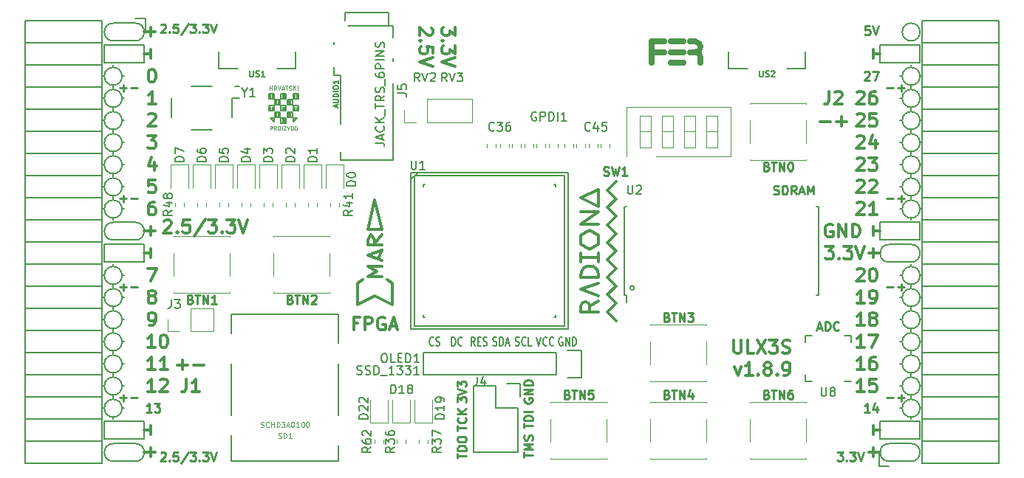
<source format=gto>
G04 #@! TF.GenerationSoftware,KiCad,Pcbnew,5.0.0-rc2+dfsg1-2*
G04 #@! TF.CreationDate,2018-06-07T16:20:25+02:00*
G04 #@! TF.ProjectId,ulx3s,756C7833732E6B696361645F70636200,rev?*
G04 #@! TF.SameCoordinates,Original*
G04 #@! TF.FileFunction,Legend,Top*
G04 #@! TF.FilePolarity,Positive*
%FSLAX46Y46*%
G04 Gerber Fmt 4.6, Leading zero omitted, Abs format (unit mm)*
G04 Created by KiCad (PCBNEW 5.0.0-rc2+dfsg1-2) date Thu Jun  7 16:20:25 2018*
%MOMM*%
%LPD*%
G01*
G04 APERTURE LIST*
%ADD10C,0.300000*%
%ADD11C,0.200000*%
%ADD12C,0.250000*%
%ADD13C,0.150000*%
%ADD14C,0.120000*%
%ADD15C,0.700000*%
%ADD16C,0.152400*%
%ADD17C,0.124460*%
%ADD18C,0.075000*%
G04 APERTURE END LIST*
D10*
X134560428Y-62144714D02*
X134560428Y-63073285D01*
X133989000Y-62573285D01*
X133989000Y-62787571D01*
X133917571Y-62930428D01*
X133846142Y-63001857D01*
X133703285Y-63073285D01*
X133346142Y-63073285D01*
X133203285Y-63001857D01*
X133131857Y-62930428D01*
X133060428Y-62787571D01*
X133060428Y-62359000D01*
X133131857Y-62216142D01*
X133203285Y-62144714D01*
X133203285Y-63716142D02*
X133131857Y-63787571D01*
X133060428Y-63716142D01*
X133131857Y-63644714D01*
X133203285Y-63716142D01*
X133060428Y-63716142D01*
X134560428Y-64287571D02*
X134560428Y-65216142D01*
X133989000Y-64716142D01*
X133989000Y-64930428D01*
X133917571Y-65073285D01*
X133846142Y-65144714D01*
X133703285Y-65216142D01*
X133346142Y-65216142D01*
X133203285Y-65144714D01*
X133131857Y-65073285D01*
X133060428Y-64930428D01*
X133060428Y-64501857D01*
X133131857Y-64359000D01*
X133203285Y-64287571D01*
X134560428Y-65644714D02*
X133060428Y-66144714D01*
X134560428Y-66644714D01*
X131877571Y-62216142D02*
X131949000Y-62287571D01*
X132020428Y-62430428D01*
X132020428Y-62787571D01*
X131949000Y-62930428D01*
X131877571Y-63001857D01*
X131734714Y-63073285D01*
X131591857Y-63073285D01*
X131377571Y-63001857D01*
X130520428Y-62144714D01*
X130520428Y-63073285D01*
X130663285Y-63716142D02*
X130591857Y-63787571D01*
X130520428Y-63716142D01*
X130591857Y-63644714D01*
X130663285Y-63716142D01*
X130520428Y-63716142D01*
X132020428Y-65144714D02*
X132020428Y-64430428D01*
X131306142Y-64359000D01*
X131377571Y-64430428D01*
X131449000Y-64573285D01*
X131449000Y-64930428D01*
X131377571Y-65073285D01*
X131306142Y-65144714D01*
X131163285Y-65216142D01*
X130806142Y-65216142D01*
X130663285Y-65144714D01*
X130591857Y-65073285D01*
X130520428Y-64930428D01*
X130520428Y-64573285D01*
X130591857Y-64430428D01*
X130663285Y-64359000D01*
X132020428Y-65644714D02*
X130520428Y-66144714D01*
X132020428Y-66644714D01*
X102760000Y-100897142D02*
X103902857Y-100897142D01*
X103331428Y-101468571D02*
X103331428Y-100325714D01*
X104617142Y-100897142D02*
X105760000Y-100897142D01*
X166592714Y-101121571D02*
X166949857Y-102121571D01*
X167307000Y-101121571D01*
X168664142Y-102121571D02*
X167807000Y-102121571D01*
X168235571Y-102121571D02*
X168235571Y-100621571D01*
X168092714Y-100835857D01*
X167949857Y-100978714D01*
X167807000Y-101050142D01*
X169307000Y-101978714D02*
X169378428Y-102050142D01*
X169307000Y-102121571D01*
X169235571Y-102050142D01*
X169307000Y-101978714D01*
X169307000Y-102121571D01*
X170235571Y-101264428D02*
X170092714Y-101193000D01*
X170021285Y-101121571D01*
X169949857Y-100978714D01*
X169949857Y-100907285D01*
X170021285Y-100764428D01*
X170092714Y-100693000D01*
X170235571Y-100621571D01*
X170521285Y-100621571D01*
X170664142Y-100693000D01*
X170735571Y-100764428D01*
X170807000Y-100907285D01*
X170807000Y-100978714D01*
X170735571Y-101121571D01*
X170664142Y-101193000D01*
X170521285Y-101264428D01*
X170235571Y-101264428D01*
X170092714Y-101335857D01*
X170021285Y-101407285D01*
X169949857Y-101550142D01*
X169949857Y-101835857D01*
X170021285Y-101978714D01*
X170092714Y-102050142D01*
X170235571Y-102121571D01*
X170521285Y-102121571D01*
X170664142Y-102050142D01*
X170735571Y-101978714D01*
X170807000Y-101835857D01*
X170807000Y-101550142D01*
X170735571Y-101407285D01*
X170664142Y-101335857D01*
X170521285Y-101264428D01*
X171449857Y-101978714D02*
X171521285Y-102050142D01*
X171449857Y-102121571D01*
X171378428Y-102050142D01*
X171449857Y-101978714D01*
X171449857Y-102121571D01*
X172235571Y-102121571D02*
X172521285Y-102121571D01*
X172664142Y-102050142D01*
X172735571Y-101978714D01*
X172878428Y-101764428D01*
X172949857Y-101478714D01*
X172949857Y-100907285D01*
X172878428Y-100764428D01*
X172807000Y-100693000D01*
X172664142Y-100621571D01*
X172378428Y-100621571D01*
X172235571Y-100693000D01*
X172164142Y-100764428D01*
X172092714Y-100907285D01*
X172092714Y-101264428D01*
X172164142Y-101407285D01*
X172235571Y-101478714D01*
X172378428Y-101550142D01*
X172664142Y-101550142D01*
X172807000Y-101478714D01*
X172878428Y-101407285D01*
X172949857Y-101264428D01*
X182492000Y-87582000D02*
X182492000Y-88598000D01*
X181984000Y-88090000D02*
X183254000Y-88090000D01*
X182492000Y-110442000D02*
X182492000Y-111458000D01*
X183254000Y-110950000D02*
X181984000Y-110950000D01*
X99688000Y-110442000D02*
X99688000Y-111458000D01*
X98926000Y-110950000D02*
X100196000Y-110950000D01*
X99688000Y-62182000D02*
X99688000Y-63198000D01*
X98926000Y-62690000D02*
X100196000Y-62690000D01*
X99688000Y-85042000D02*
X99688000Y-86058000D01*
X98926000Y-85550000D02*
X100196000Y-85550000D01*
D11*
X97910000Y-63706000D02*
G75*
G03X97910000Y-61674000I0J1016000D01*
G01*
X184270000Y-109934000D02*
G75*
G03X184270000Y-111966000I0J-1016000D01*
G01*
X95370000Y-111966000D02*
X97910000Y-111966000D01*
X95370000Y-109934000D02*
X97910000Y-109934000D01*
X97910000Y-111966000D02*
G75*
G03X97910000Y-109934000I0J1016000D01*
G01*
X95370000Y-109934000D02*
G75*
G03X95370000Y-111966000I0J-1016000D01*
G01*
X95370000Y-61674000D02*
X97910000Y-61674000D01*
X95370000Y-63706000D02*
X97910000Y-63706000D01*
X95370000Y-61674000D02*
G75*
G03X95370000Y-63706000I0J-1016000D01*
G01*
X95370000Y-84534000D02*
X97910000Y-84534000D01*
X95370000Y-86566000D02*
X97910000Y-86566000D01*
X95370000Y-84534000D02*
G75*
G03X95370000Y-86566000I0J-1016000D01*
G01*
X97910000Y-86566000D02*
G75*
G03X97910000Y-84534000I0J1016000D01*
G01*
X187826000Y-62690000D02*
G75*
G03X187826000Y-62690000I-1016000J0D01*
G01*
X184270000Y-89106000D02*
X186810000Y-89106000D01*
X184270000Y-87074000D02*
X186810000Y-87074000D01*
X184270000Y-87074000D02*
G75*
G03X184270000Y-89106000I0J-1016000D01*
G01*
X186810000Y-89106000D02*
G75*
G03X186810000Y-87074000I0J1016000D01*
G01*
X186810000Y-111966000D02*
X184270000Y-111966000D01*
X186810000Y-109934000D02*
X184270000Y-109934000D01*
X186810000Y-111966000D02*
G75*
G03X186810000Y-109934000I0J1016000D01*
G01*
X94354000Y-66246000D02*
X94354000Y-64214000D01*
X98926000Y-66246000D02*
X94354000Y-66246000D01*
X98926000Y-64214000D02*
X98926000Y-66246000D01*
X94354000Y-64214000D02*
X98926000Y-64214000D01*
X94354000Y-87074000D02*
X98926000Y-87074000D01*
X94354000Y-89106000D02*
X94354000Y-87074000D01*
X98926000Y-89106000D02*
X94354000Y-89106000D01*
X98926000Y-87074000D02*
X98926000Y-89106000D01*
X94354000Y-109426000D02*
X98926000Y-109426000D01*
X94354000Y-107394000D02*
X94354000Y-109426000D01*
X98926000Y-107394000D02*
X94354000Y-107394000D01*
X98926000Y-109426000D02*
X98926000Y-107394000D01*
X183254000Y-109426000D02*
X187826000Y-109426000D01*
X183254000Y-107394000D02*
X183254000Y-109426000D01*
X187826000Y-107394000D02*
X187826000Y-109426000D01*
X183254000Y-107394000D02*
X187826000Y-107394000D01*
X183254000Y-66246000D02*
X187826000Y-66246000D01*
X183254000Y-64214000D02*
X183254000Y-66246000D01*
X187826000Y-64214000D02*
X183254000Y-64214000D01*
X187826000Y-66246000D02*
X187826000Y-64214000D01*
X183254000Y-84534000D02*
X187826000Y-84534000D01*
X183254000Y-86566000D02*
X183254000Y-84534000D01*
X187826000Y-86566000D02*
X183254000Y-86566000D01*
X187826000Y-84534000D02*
X187826000Y-86566000D01*
D12*
X96148000Y-69111428D02*
X96909904Y-69111428D01*
X96528952Y-69492380D02*
X96528952Y-68730476D01*
X97386095Y-69111428D02*
X98148000Y-69111428D01*
X96148000Y-81811428D02*
X96909904Y-81811428D01*
X96528952Y-82192380D02*
X96528952Y-81430476D01*
X97386095Y-81811428D02*
X98148000Y-81811428D01*
X96148000Y-91971428D02*
X96909904Y-91971428D01*
X96528952Y-92352380D02*
X96528952Y-91590476D01*
X97386095Y-91971428D02*
X98148000Y-91971428D01*
X96148000Y-104671428D02*
X96909904Y-104671428D01*
X96528952Y-105052380D02*
X96528952Y-104290476D01*
X97386095Y-104671428D02*
X98148000Y-104671428D01*
X184032000Y-104671428D02*
X184793904Y-104671428D01*
X185270095Y-104671428D02*
X186032000Y-104671428D01*
X185651047Y-105052380D02*
X185651047Y-104290476D01*
X184032000Y-91971428D02*
X184793904Y-91971428D01*
X185270095Y-91971428D02*
X186032000Y-91971428D01*
X185651047Y-92352380D02*
X185651047Y-91590476D01*
X184032000Y-81811428D02*
X184793904Y-81811428D01*
X185270095Y-81811428D02*
X186032000Y-81811428D01*
X185651047Y-82192380D02*
X185651047Y-81430476D01*
X184032000Y-69111428D02*
X184793904Y-69111428D01*
X185270095Y-69111428D02*
X186032000Y-69111428D01*
X185651047Y-69492380D02*
X185651047Y-68730476D01*
D10*
X176420000Y-72957142D02*
X177562857Y-72957142D01*
X178277142Y-72957142D02*
X179420000Y-72957142D01*
X178848571Y-73528571D02*
X178848571Y-72385714D01*
D11*
X187826000Y-67770000D02*
G75*
G03X187826000Y-67770000I-1016000J0D01*
G01*
X187826000Y-70310000D02*
G75*
G03X187826000Y-70310000I-1016000J0D01*
G01*
X187826000Y-72850000D02*
G75*
G03X187826000Y-72850000I-1016000J0D01*
G01*
X187826000Y-75390000D02*
G75*
G03X187826000Y-75390000I-1016000J0D01*
G01*
X187826000Y-77930000D02*
G75*
G03X187826000Y-77930000I-1016000J0D01*
G01*
X187826000Y-80470000D02*
G75*
G03X187826000Y-80470000I-1016000J0D01*
G01*
X187826000Y-83010000D02*
G75*
G03X187826000Y-83010000I-1016000J0D01*
G01*
X187826000Y-90630000D02*
G75*
G03X187826000Y-90630000I-1016000J0D01*
G01*
X187826000Y-93170000D02*
G75*
G03X187826000Y-93170000I-1016000J0D01*
G01*
X187826000Y-95710000D02*
G75*
G03X187826000Y-95710000I-1016000J0D01*
G01*
X187826000Y-98250000D02*
G75*
G03X187826000Y-98250000I-1016000J0D01*
G01*
X187826000Y-100790000D02*
G75*
G03X187826000Y-100790000I-1016000J0D01*
G01*
X187826000Y-103330000D02*
G75*
G03X187826000Y-103330000I-1016000J0D01*
G01*
X187826000Y-105870000D02*
G75*
G03X187826000Y-105870000I-1016000J0D01*
G01*
X96386000Y-105870000D02*
G75*
G03X96386000Y-105870000I-1016000J0D01*
G01*
X96386000Y-103330000D02*
G75*
G03X96386000Y-103330000I-1016000J0D01*
G01*
X96386000Y-100790000D02*
G75*
G03X96386000Y-100790000I-1016000J0D01*
G01*
X96386000Y-98250000D02*
G75*
G03X96386000Y-98250000I-1016000J0D01*
G01*
X96386000Y-95710000D02*
G75*
G03X96386000Y-95710000I-1016000J0D01*
G01*
X96386000Y-93170000D02*
G75*
G03X96386000Y-93170000I-1016000J0D01*
G01*
X96386000Y-90630000D02*
G75*
G03X96386000Y-90630000I-1016000J0D01*
G01*
X96386000Y-83010000D02*
G75*
G03X96386000Y-83010000I-1016000J0D01*
G01*
X96386000Y-80470000D02*
G75*
G03X96386000Y-80470000I-1016000J0D01*
G01*
X96386000Y-77930000D02*
G75*
G03X96386000Y-77930000I-1016000J0D01*
G01*
X96386000Y-75390000D02*
G75*
G03X96386000Y-75390000I-1016000J0D01*
G01*
X96386000Y-72850000D02*
G75*
G03X96386000Y-72850000I-1016000J0D01*
G01*
X96386000Y-70310000D02*
G75*
G03X96386000Y-70310000I-1016000J0D01*
G01*
X96386000Y-67770000D02*
G75*
G03X96386000Y-67770000I-1016000J0D01*
G01*
D10*
X177793142Y-84800000D02*
X177650285Y-84728571D01*
X177436000Y-84728571D01*
X177221714Y-84800000D01*
X177078857Y-84942857D01*
X177007428Y-85085714D01*
X176936000Y-85371428D01*
X176936000Y-85585714D01*
X177007428Y-85871428D01*
X177078857Y-86014285D01*
X177221714Y-86157142D01*
X177436000Y-86228571D01*
X177578857Y-86228571D01*
X177793142Y-86157142D01*
X177864571Y-86085714D01*
X177864571Y-85585714D01*
X177578857Y-85585714D01*
X178507428Y-86228571D02*
X178507428Y-84728571D01*
X179364571Y-86228571D01*
X179364571Y-84728571D01*
X180078857Y-86228571D02*
X180078857Y-84728571D01*
X180436000Y-84728571D01*
X180650285Y-84800000D01*
X180793142Y-84942857D01*
X180864571Y-85085714D01*
X180936000Y-85371428D01*
X180936000Y-85585714D01*
X180864571Y-85871428D01*
X180793142Y-86014285D01*
X180650285Y-86157142D01*
X180436000Y-86228571D01*
X180078857Y-86228571D01*
X182492000Y-86058000D02*
X182492000Y-85042000D01*
X183254000Y-85550000D02*
X182492000Y-85550000D01*
X182492000Y-107902000D02*
X182492000Y-108918000D01*
X182492000Y-108410000D02*
X183254000Y-108410000D01*
D12*
X182047523Y-106322380D02*
X181476095Y-106322380D01*
X181761809Y-106322380D02*
X181761809Y-105322380D01*
X181666571Y-105465238D01*
X181571333Y-105560476D01*
X181476095Y-105608095D01*
X182904666Y-105655714D02*
X182904666Y-106322380D01*
X182666571Y-105274761D02*
X182428476Y-105989047D01*
X183047523Y-105989047D01*
X181476095Y-67317619D02*
X181523714Y-67270000D01*
X181618952Y-67222380D01*
X181857047Y-67222380D01*
X181952285Y-67270000D01*
X181999904Y-67317619D01*
X182047523Y-67412857D01*
X182047523Y-67508095D01*
X181999904Y-67650952D01*
X181428476Y-68222380D01*
X182047523Y-68222380D01*
X182380857Y-67222380D02*
X183047523Y-67222380D01*
X182618952Y-68222380D01*
D10*
X182492000Y-64722000D02*
X182492000Y-65738000D01*
X182492000Y-65230000D02*
X183254000Y-65230000D01*
X99688000Y-107902000D02*
X99688000Y-108918000D01*
X98926000Y-108410000D02*
X99688000Y-108410000D01*
X99315000Y-74568571D02*
X100243571Y-74568571D01*
X99743571Y-75140000D01*
X99957857Y-75140000D01*
X100100714Y-75211428D01*
X100172142Y-75282857D01*
X100243571Y-75425714D01*
X100243571Y-75782857D01*
X100172142Y-75925714D01*
X100100714Y-75997142D01*
X99957857Y-76068571D01*
X99529285Y-76068571D01*
X99386428Y-75997142D01*
X99315000Y-75925714D01*
X100100714Y-77608571D02*
X100100714Y-78608571D01*
X99743571Y-77037142D02*
X99386428Y-78108571D01*
X100315000Y-78108571D01*
X100172142Y-79648571D02*
X99457857Y-79648571D01*
X99386428Y-80362857D01*
X99457857Y-80291428D01*
X99600714Y-80220000D01*
X99957857Y-80220000D01*
X100100714Y-80291428D01*
X100172142Y-80362857D01*
X100243571Y-80505714D01*
X100243571Y-80862857D01*
X100172142Y-81005714D01*
X100100714Y-81077142D01*
X99957857Y-81148571D01*
X99600714Y-81148571D01*
X99457857Y-81077142D01*
X99386428Y-81005714D01*
D12*
X99751523Y-106322380D02*
X99180095Y-106322380D01*
X99465809Y-106322380D02*
X99465809Y-105322380D01*
X99370571Y-105465238D01*
X99275333Y-105560476D01*
X99180095Y-105608095D01*
X100084857Y-105322380D02*
X100703904Y-105322380D01*
X100370571Y-105703333D01*
X100513428Y-105703333D01*
X100608666Y-105750952D01*
X100656285Y-105798571D01*
X100703904Y-105893809D01*
X100703904Y-106131904D01*
X100656285Y-106227142D01*
X100608666Y-106274761D01*
X100513428Y-106322380D01*
X100227714Y-106322380D01*
X100132476Y-106274761D01*
X100084857Y-106227142D01*
D10*
X99315000Y-89808571D02*
X100315000Y-89808571D01*
X99672142Y-91308571D01*
X99688000Y-87582000D02*
X99688000Y-88598000D01*
X98926000Y-88090000D02*
X99688000Y-88090000D01*
X99688000Y-64722000D02*
X99688000Y-65738000D01*
X98926000Y-65230000D02*
X99688000Y-65230000D01*
D12*
X100817976Y-61874619D02*
X100865595Y-61827000D01*
X100960833Y-61779380D01*
X101198928Y-61779380D01*
X101294166Y-61827000D01*
X101341785Y-61874619D01*
X101389404Y-61969857D01*
X101389404Y-62065095D01*
X101341785Y-62207952D01*
X100770357Y-62779380D01*
X101389404Y-62779380D01*
X101817976Y-62684142D02*
X101865595Y-62731761D01*
X101817976Y-62779380D01*
X101770357Y-62731761D01*
X101817976Y-62684142D01*
X101817976Y-62779380D01*
X102770357Y-61779380D02*
X102294166Y-61779380D01*
X102246547Y-62255571D01*
X102294166Y-62207952D01*
X102389404Y-62160333D01*
X102627500Y-62160333D01*
X102722738Y-62207952D01*
X102770357Y-62255571D01*
X102817976Y-62350809D01*
X102817976Y-62588904D01*
X102770357Y-62684142D01*
X102722738Y-62731761D01*
X102627500Y-62779380D01*
X102389404Y-62779380D01*
X102294166Y-62731761D01*
X102246547Y-62684142D01*
X103960833Y-61731761D02*
X103103690Y-63017476D01*
X104198928Y-61779380D02*
X104817976Y-61779380D01*
X104484642Y-62160333D01*
X104627500Y-62160333D01*
X104722738Y-62207952D01*
X104770357Y-62255571D01*
X104817976Y-62350809D01*
X104817976Y-62588904D01*
X104770357Y-62684142D01*
X104722738Y-62731761D01*
X104627500Y-62779380D01*
X104341785Y-62779380D01*
X104246547Y-62731761D01*
X104198928Y-62684142D01*
X105246547Y-62684142D02*
X105294166Y-62731761D01*
X105246547Y-62779380D01*
X105198928Y-62731761D01*
X105246547Y-62684142D01*
X105246547Y-62779380D01*
X105627500Y-61779380D02*
X106246547Y-61779380D01*
X105913214Y-62160333D01*
X106056071Y-62160333D01*
X106151309Y-62207952D01*
X106198928Y-62255571D01*
X106246547Y-62350809D01*
X106246547Y-62588904D01*
X106198928Y-62684142D01*
X106151309Y-62731761D01*
X106056071Y-62779380D01*
X105770357Y-62779380D01*
X105675119Y-62731761D01*
X105627500Y-62684142D01*
X106532261Y-61779380D02*
X106865595Y-62779380D01*
X107198928Y-61779380D01*
X178360261Y-110910380D02*
X178979309Y-110910380D01*
X178645976Y-111291333D01*
X178788833Y-111291333D01*
X178884071Y-111338952D01*
X178931690Y-111386571D01*
X178979309Y-111481809D01*
X178979309Y-111719904D01*
X178931690Y-111815142D01*
X178884071Y-111862761D01*
X178788833Y-111910380D01*
X178503119Y-111910380D01*
X178407880Y-111862761D01*
X178360261Y-111815142D01*
X179407880Y-111815142D02*
X179455500Y-111862761D01*
X179407880Y-111910380D01*
X179360261Y-111862761D01*
X179407880Y-111815142D01*
X179407880Y-111910380D01*
X179788833Y-110910380D02*
X180407880Y-110910380D01*
X180074547Y-111291333D01*
X180217404Y-111291333D01*
X180312642Y-111338952D01*
X180360261Y-111386571D01*
X180407880Y-111481809D01*
X180407880Y-111719904D01*
X180360261Y-111815142D01*
X180312642Y-111862761D01*
X180217404Y-111910380D01*
X179931690Y-111910380D01*
X179836452Y-111862761D01*
X179788833Y-111815142D01*
X180693595Y-110910380D02*
X181026928Y-111910380D01*
X181360261Y-110910380D01*
D10*
X101199714Y-84381428D02*
X101271142Y-84310000D01*
X101414000Y-84238571D01*
X101771142Y-84238571D01*
X101914000Y-84310000D01*
X101985428Y-84381428D01*
X102056857Y-84524285D01*
X102056857Y-84667142D01*
X101985428Y-84881428D01*
X101128285Y-85738571D01*
X102056857Y-85738571D01*
X102699714Y-85595714D02*
X102771142Y-85667142D01*
X102699714Y-85738571D01*
X102628285Y-85667142D01*
X102699714Y-85595714D01*
X102699714Y-85738571D01*
X104128285Y-84238571D02*
X103414000Y-84238571D01*
X103342571Y-84952857D01*
X103414000Y-84881428D01*
X103556857Y-84810000D01*
X103914000Y-84810000D01*
X104056857Y-84881428D01*
X104128285Y-84952857D01*
X104199714Y-85095714D01*
X104199714Y-85452857D01*
X104128285Y-85595714D01*
X104056857Y-85667142D01*
X103914000Y-85738571D01*
X103556857Y-85738571D01*
X103414000Y-85667142D01*
X103342571Y-85595714D01*
X105914000Y-84167142D02*
X104628285Y-86095714D01*
X106271142Y-84238571D02*
X107199714Y-84238571D01*
X106699714Y-84810000D01*
X106914000Y-84810000D01*
X107056857Y-84881428D01*
X107128285Y-84952857D01*
X107199714Y-85095714D01*
X107199714Y-85452857D01*
X107128285Y-85595714D01*
X107056857Y-85667142D01*
X106914000Y-85738571D01*
X106485428Y-85738571D01*
X106342571Y-85667142D01*
X106271142Y-85595714D01*
X107842571Y-85595714D02*
X107914000Y-85667142D01*
X107842571Y-85738571D01*
X107771142Y-85667142D01*
X107842571Y-85595714D01*
X107842571Y-85738571D01*
X108414000Y-84238571D02*
X109342571Y-84238571D01*
X108842571Y-84810000D01*
X109056857Y-84810000D01*
X109199714Y-84881428D01*
X109271142Y-84952857D01*
X109342571Y-85095714D01*
X109342571Y-85452857D01*
X109271142Y-85595714D01*
X109199714Y-85667142D01*
X109056857Y-85738571D01*
X108628285Y-85738571D01*
X108485428Y-85667142D01*
X108414000Y-85595714D01*
X109771142Y-84238571D02*
X110271142Y-85738571D01*
X110771142Y-84238571D01*
D12*
X100817976Y-111023619D02*
X100865595Y-110976000D01*
X100960833Y-110928380D01*
X101198928Y-110928380D01*
X101294166Y-110976000D01*
X101341785Y-111023619D01*
X101389404Y-111118857D01*
X101389404Y-111214095D01*
X101341785Y-111356952D01*
X100770357Y-111928380D01*
X101389404Y-111928380D01*
X101817976Y-111833142D02*
X101865595Y-111880761D01*
X101817976Y-111928380D01*
X101770357Y-111880761D01*
X101817976Y-111833142D01*
X101817976Y-111928380D01*
X102770357Y-110928380D02*
X102294166Y-110928380D01*
X102246547Y-111404571D01*
X102294166Y-111356952D01*
X102389404Y-111309333D01*
X102627500Y-111309333D01*
X102722738Y-111356952D01*
X102770357Y-111404571D01*
X102817976Y-111499809D01*
X102817976Y-111737904D01*
X102770357Y-111833142D01*
X102722738Y-111880761D01*
X102627500Y-111928380D01*
X102389404Y-111928380D01*
X102294166Y-111880761D01*
X102246547Y-111833142D01*
X103960833Y-110880761D02*
X103103690Y-112166476D01*
X104198928Y-110928380D02*
X104817976Y-110928380D01*
X104484642Y-111309333D01*
X104627500Y-111309333D01*
X104722738Y-111356952D01*
X104770357Y-111404571D01*
X104817976Y-111499809D01*
X104817976Y-111737904D01*
X104770357Y-111833142D01*
X104722738Y-111880761D01*
X104627500Y-111928380D01*
X104341785Y-111928380D01*
X104246547Y-111880761D01*
X104198928Y-111833142D01*
X105246547Y-111833142D02*
X105294166Y-111880761D01*
X105246547Y-111928380D01*
X105198928Y-111880761D01*
X105246547Y-111833142D01*
X105246547Y-111928380D01*
X105627500Y-110928380D02*
X106246547Y-110928380D01*
X105913214Y-111309333D01*
X106056071Y-111309333D01*
X106151309Y-111356952D01*
X106198928Y-111404571D01*
X106246547Y-111499809D01*
X106246547Y-111737904D01*
X106198928Y-111833142D01*
X106151309Y-111880761D01*
X106056071Y-111928380D01*
X105770357Y-111928380D01*
X105675119Y-111880761D01*
X105627500Y-111833142D01*
X106532261Y-110928380D02*
X106865595Y-111928380D01*
X107198928Y-110928380D01*
X182047523Y-62015380D02*
X181571333Y-62015380D01*
X181523714Y-62491571D01*
X181571333Y-62443952D01*
X181666571Y-62396333D01*
X181904666Y-62396333D01*
X181999904Y-62443952D01*
X182047523Y-62491571D01*
X182095142Y-62586809D01*
X182095142Y-62824904D01*
X182047523Y-62920142D01*
X181999904Y-62967761D01*
X181904666Y-63015380D01*
X181666571Y-63015380D01*
X181571333Y-62967761D01*
X181523714Y-62920142D01*
X182380857Y-62015380D02*
X182714190Y-63015380D01*
X183047523Y-62015380D01*
D10*
X180587142Y-69631428D02*
X180658571Y-69560000D01*
X180801428Y-69488571D01*
X181158571Y-69488571D01*
X181301428Y-69560000D01*
X181372857Y-69631428D01*
X181444285Y-69774285D01*
X181444285Y-69917142D01*
X181372857Y-70131428D01*
X180515714Y-70988571D01*
X181444285Y-70988571D01*
X182730000Y-69488571D02*
X182444285Y-69488571D01*
X182301428Y-69560000D01*
X182230000Y-69631428D01*
X182087142Y-69845714D01*
X182015714Y-70131428D01*
X182015714Y-70702857D01*
X182087142Y-70845714D01*
X182158571Y-70917142D01*
X182301428Y-70988571D01*
X182587142Y-70988571D01*
X182730000Y-70917142D01*
X182801428Y-70845714D01*
X182872857Y-70702857D01*
X182872857Y-70345714D01*
X182801428Y-70202857D01*
X182730000Y-70131428D01*
X182587142Y-70060000D01*
X182301428Y-70060000D01*
X182158571Y-70131428D01*
X182087142Y-70202857D01*
X182015714Y-70345714D01*
X180587142Y-72171428D02*
X180658571Y-72100000D01*
X180801428Y-72028571D01*
X181158571Y-72028571D01*
X181301428Y-72100000D01*
X181372857Y-72171428D01*
X181444285Y-72314285D01*
X181444285Y-72457142D01*
X181372857Y-72671428D01*
X180515714Y-73528571D01*
X181444285Y-73528571D01*
X182801428Y-72028571D02*
X182087142Y-72028571D01*
X182015714Y-72742857D01*
X182087142Y-72671428D01*
X182230000Y-72600000D01*
X182587142Y-72600000D01*
X182730000Y-72671428D01*
X182801428Y-72742857D01*
X182872857Y-72885714D01*
X182872857Y-73242857D01*
X182801428Y-73385714D01*
X182730000Y-73457142D01*
X182587142Y-73528571D01*
X182230000Y-73528571D01*
X182087142Y-73457142D01*
X182015714Y-73385714D01*
X180587142Y-74711428D02*
X180658571Y-74640000D01*
X180801428Y-74568571D01*
X181158571Y-74568571D01*
X181301428Y-74640000D01*
X181372857Y-74711428D01*
X181444285Y-74854285D01*
X181444285Y-74997142D01*
X181372857Y-75211428D01*
X180515714Y-76068571D01*
X181444285Y-76068571D01*
X182730000Y-75068571D02*
X182730000Y-76068571D01*
X182372857Y-74497142D02*
X182015714Y-75568571D01*
X182944285Y-75568571D01*
X180587142Y-77251428D02*
X180658571Y-77180000D01*
X180801428Y-77108571D01*
X181158571Y-77108571D01*
X181301428Y-77180000D01*
X181372857Y-77251428D01*
X181444285Y-77394285D01*
X181444285Y-77537142D01*
X181372857Y-77751428D01*
X180515714Y-78608571D01*
X181444285Y-78608571D01*
X181944285Y-77108571D02*
X182872857Y-77108571D01*
X182372857Y-77680000D01*
X182587142Y-77680000D01*
X182730000Y-77751428D01*
X182801428Y-77822857D01*
X182872857Y-77965714D01*
X182872857Y-78322857D01*
X182801428Y-78465714D01*
X182730000Y-78537142D01*
X182587142Y-78608571D01*
X182158571Y-78608571D01*
X182015714Y-78537142D01*
X181944285Y-78465714D01*
X180587142Y-79791428D02*
X180658571Y-79720000D01*
X180801428Y-79648571D01*
X181158571Y-79648571D01*
X181301428Y-79720000D01*
X181372857Y-79791428D01*
X181444285Y-79934285D01*
X181444285Y-80077142D01*
X181372857Y-80291428D01*
X180515714Y-81148571D01*
X181444285Y-81148571D01*
X182015714Y-79791428D02*
X182087142Y-79720000D01*
X182230000Y-79648571D01*
X182587142Y-79648571D01*
X182730000Y-79720000D01*
X182801428Y-79791428D01*
X182872857Y-79934285D01*
X182872857Y-80077142D01*
X182801428Y-80291428D01*
X181944285Y-81148571D01*
X182872857Y-81148571D01*
X180587142Y-82331428D02*
X180658571Y-82260000D01*
X180801428Y-82188571D01*
X181158571Y-82188571D01*
X181301428Y-82260000D01*
X181372857Y-82331428D01*
X181444285Y-82474285D01*
X181444285Y-82617142D01*
X181372857Y-82831428D01*
X180515714Y-83688571D01*
X181444285Y-83688571D01*
X182872857Y-83688571D02*
X182015714Y-83688571D01*
X182444285Y-83688571D02*
X182444285Y-82188571D01*
X182301428Y-82402857D01*
X182158571Y-82545714D01*
X182015714Y-82617142D01*
X176975714Y-87268571D02*
X177904285Y-87268571D01*
X177404285Y-87840000D01*
X177618571Y-87840000D01*
X177761428Y-87911428D01*
X177832857Y-87982857D01*
X177904285Y-88125714D01*
X177904285Y-88482857D01*
X177832857Y-88625714D01*
X177761428Y-88697142D01*
X177618571Y-88768571D01*
X177190000Y-88768571D01*
X177047142Y-88697142D01*
X176975714Y-88625714D01*
X178547142Y-88625714D02*
X178618571Y-88697142D01*
X178547142Y-88768571D01*
X178475714Y-88697142D01*
X178547142Y-88625714D01*
X178547142Y-88768571D01*
X179118571Y-87268571D02*
X180047142Y-87268571D01*
X179547142Y-87840000D01*
X179761428Y-87840000D01*
X179904285Y-87911428D01*
X179975714Y-87982857D01*
X180047142Y-88125714D01*
X180047142Y-88482857D01*
X179975714Y-88625714D01*
X179904285Y-88697142D01*
X179761428Y-88768571D01*
X179332857Y-88768571D01*
X179190000Y-88697142D01*
X179118571Y-88625714D01*
X180475714Y-87268571D02*
X180975714Y-88768571D01*
X181475714Y-87268571D01*
X180587142Y-89951428D02*
X180658571Y-89880000D01*
X180801428Y-89808571D01*
X181158571Y-89808571D01*
X181301428Y-89880000D01*
X181372857Y-89951428D01*
X181444285Y-90094285D01*
X181444285Y-90237142D01*
X181372857Y-90451428D01*
X180515714Y-91308571D01*
X181444285Y-91308571D01*
X182372857Y-89808571D02*
X182515714Y-89808571D01*
X182658571Y-89880000D01*
X182730000Y-89951428D01*
X182801428Y-90094285D01*
X182872857Y-90380000D01*
X182872857Y-90737142D01*
X182801428Y-91022857D01*
X182730000Y-91165714D01*
X182658571Y-91237142D01*
X182515714Y-91308571D01*
X182372857Y-91308571D01*
X182230000Y-91237142D01*
X182158571Y-91165714D01*
X182087142Y-91022857D01*
X182015714Y-90737142D01*
X182015714Y-90380000D01*
X182087142Y-90094285D01*
X182158571Y-89951428D01*
X182230000Y-89880000D01*
X182372857Y-89808571D01*
X181444285Y-93848571D02*
X180587142Y-93848571D01*
X181015714Y-93848571D02*
X181015714Y-92348571D01*
X180872857Y-92562857D01*
X180730000Y-92705714D01*
X180587142Y-92777142D01*
X182158571Y-93848571D02*
X182444285Y-93848571D01*
X182587142Y-93777142D01*
X182658571Y-93705714D01*
X182801428Y-93491428D01*
X182872857Y-93205714D01*
X182872857Y-92634285D01*
X182801428Y-92491428D01*
X182730000Y-92420000D01*
X182587142Y-92348571D01*
X182301428Y-92348571D01*
X182158571Y-92420000D01*
X182087142Y-92491428D01*
X182015714Y-92634285D01*
X182015714Y-92991428D01*
X182087142Y-93134285D01*
X182158571Y-93205714D01*
X182301428Y-93277142D01*
X182587142Y-93277142D01*
X182730000Y-93205714D01*
X182801428Y-93134285D01*
X182872857Y-92991428D01*
X181444285Y-96388571D02*
X180587142Y-96388571D01*
X181015714Y-96388571D02*
X181015714Y-94888571D01*
X180872857Y-95102857D01*
X180730000Y-95245714D01*
X180587142Y-95317142D01*
X182301428Y-95531428D02*
X182158571Y-95460000D01*
X182087142Y-95388571D01*
X182015714Y-95245714D01*
X182015714Y-95174285D01*
X182087142Y-95031428D01*
X182158571Y-94960000D01*
X182301428Y-94888571D01*
X182587142Y-94888571D01*
X182730000Y-94960000D01*
X182801428Y-95031428D01*
X182872857Y-95174285D01*
X182872857Y-95245714D01*
X182801428Y-95388571D01*
X182730000Y-95460000D01*
X182587142Y-95531428D01*
X182301428Y-95531428D01*
X182158571Y-95602857D01*
X182087142Y-95674285D01*
X182015714Y-95817142D01*
X182015714Y-96102857D01*
X182087142Y-96245714D01*
X182158571Y-96317142D01*
X182301428Y-96388571D01*
X182587142Y-96388571D01*
X182730000Y-96317142D01*
X182801428Y-96245714D01*
X182872857Y-96102857D01*
X182872857Y-95817142D01*
X182801428Y-95674285D01*
X182730000Y-95602857D01*
X182587142Y-95531428D01*
X181444285Y-98928571D02*
X180587142Y-98928571D01*
X181015714Y-98928571D02*
X181015714Y-97428571D01*
X180872857Y-97642857D01*
X180730000Y-97785714D01*
X180587142Y-97857142D01*
X181944285Y-97428571D02*
X182944285Y-97428571D01*
X182301428Y-98928571D01*
X181444285Y-101468571D02*
X180587142Y-101468571D01*
X181015714Y-101468571D02*
X181015714Y-99968571D01*
X180872857Y-100182857D01*
X180730000Y-100325714D01*
X180587142Y-100397142D01*
X182730000Y-99968571D02*
X182444285Y-99968571D01*
X182301428Y-100040000D01*
X182230000Y-100111428D01*
X182087142Y-100325714D01*
X182015714Y-100611428D01*
X182015714Y-101182857D01*
X182087142Y-101325714D01*
X182158571Y-101397142D01*
X182301428Y-101468571D01*
X182587142Y-101468571D01*
X182730000Y-101397142D01*
X182801428Y-101325714D01*
X182872857Y-101182857D01*
X182872857Y-100825714D01*
X182801428Y-100682857D01*
X182730000Y-100611428D01*
X182587142Y-100540000D01*
X182301428Y-100540000D01*
X182158571Y-100611428D01*
X182087142Y-100682857D01*
X182015714Y-100825714D01*
X181444285Y-104008571D02*
X180587142Y-104008571D01*
X181015714Y-104008571D02*
X181015714Y-102508571D01*
X180872857Y-102722857D01*
X180730000Y-102865714D01*
X180587142Y-102937142D01*
X182801428Y-102508571D02*
X182087142Y-102508571D01*
X182015714Y-103222857D01*
X182087142Y-103151428D01*
X182230000Y-103080000D01*
X182587142Y-103080000D01*
X182730000Y-103151428D01*
X182801428Y-103222857D01*
X182872857Y-103365714D01*
X182872857Y-103722857D01*
X182801428Y-103865714D01*
X182730000Y-103937142D01*
X182587142Y-104008571D01*
X182230000Y-104008571D01*
X182087142Y-103937142D01*
X182015714Y-103865714D01*
D11*
X186810000Y-66500000D02*
X186810000Y-66754000D01*
X187826000Y-67770000D02*
X188080000Y-67770000D01*
X185540000Y-67770000D02*
X185794000Y-67770000D01*
X186810000Y-69294000D02*
X186810000Y-68786000D01*
X187826000Y-70310000D02*
X188080000Y-70310000D01*
X185540000Y-70310000D02*
X185794000Y-70310000D01*
X186810000Y-71326000D02*
X186810000Y-71834000D01*
X187826000Y-72850000D02*
X188080000Y-72850000D01*
X185540000Y-72850000D02*
X185794000Y-72850000D01*
X186810000Y-73866000D02*
X186810000Y-74374000D01*
X187826000Y-75390000D02*
X188080000Y-75390000D01*
X185540000Y-75390000D02*
X185794000Y-75390000D01*
X186810000Y-76406000D02*
X186810000Y-76914000D01*
X187826000Y-77930000D02*
X188080000Y-77930000D01*
X185540000Y-77930000D02*
X185794000Y-77930000D01*
X186810000Y-79454000D02*
X186810000Y-78946000D01*
X187826000Y-80470000D02*
X188080000Y-80470000D01*
X185540000Y-80470000D02*
X185794000Y-80470000D01*
X186810000Y-81994000D02*
X186810000Y-81486000D01*
X187826000Y-83010000D02*
X188080000Y-83010000D01*
X185540000Y-83010000D02*
X185794000Y-83010000D01*
X186810000Y-84026000D02*
X186810000Y-84280000D01*
X186810000Y-89360000D02*
X186810000Y-89614000D01*
X187826000Y-90630000D02*
X188080000Y-90630000D01*
X185540000Y-90630000D02*
X185794000Y-90630000D01*
X186810000Y-91646000D02*
X186810000Y-92154000D01*
X187826000Y-93170000D02*
X188080000Y-93170000D01*
X185540000Y-93170000D02*
X185794000Y-93170000D01*
X186810000Y-94186000D02*
X186810000Y-94694000D01*
X187826000Y-95710000D02*
X188080000Y-95710000D01*
X185540000Y-95710000D02*
X185794000Y-95710000D01*
X186810000Y-97234000D02*
X186810000Y-96726000D01*
X187826000Y-98250000D02*
X188080000Y-98250000D01*
X185540000Y-98250000D02*
X185794000Y-98250000D01*
X187826000Y-100790000D02*
X188080000Y-100790000D01*
X185540000Y-100790000D02*
X185794000Y-100790000D01*
X186810000Y-99266000D02*
X186810000Y-99774000D01*
X186810000Y-102314000D02*
X186810000Y-101806000D01*
X187826000Y-103330000D02*
X188080000Y-103330000D01*
X185540000Y-103330000D02*
X185794000Y-103330000D01*
X186810000Y-104346000D02*
X186810000Y-104854000D01*
X185540000Y-105870000D02*
X185794000Y-105870000D01*
X187826000Y-105870000D02*
X188080000Y-105870000D01*
X186810000Y-106886000D02*
X186810000Y-107140000D01*
X95370000Y-66754000D02*
X95370000Y-66500000D01*
X96386000Y-67770000D02*
X96640000Y-67770000D01*
X94100000Y-67770000D02*
X94354000Y-67770000D01*
X95370000Y-68786000D02*
X95370000Y-69294000D01*
X96386000Y-70310000D02*
X96640000Y-70310000D01*
X94100000Y-70310000D02*
X94354000Y-70310000D01*
X95370000Y-71326000D02*
X95370000Y-71834000D01*
X96386000Y-72850000D02*
X96640000Y-72850000D01*
X94100000Y-72850000D02*
X94354000Y-72850000D01*
X95370000Y-73866000D02*
X95370000Y-74374000D01*
X96386000Y-75390000D02*
X96640000Y-75390000D01*
X95370000Y-76406000D02*
X95370000Y-76914000D01*
X96386000Y-77930000D02*
X96640000Y-77930000D01*
X94100000Y-77930000D02*
X94354000Y-77930000D01*
X95370000Y-79454000D02*
X95370000Y-78946000D01*
X96386000Y-80470000D02*
X96640000Y-80470000D01*
X94100000Y-80470000D02*
X94354000Y-80470000D01*
X95370000Y-81486000D02*
X95370000Y-81994000D01*
X96386000Y-83010000D02*
X96640000Y-83010000D01*
X95370000Y-84026000D02*
X95370000Y-84280000D01*
X94100000Y-83010000D02*
X94354000Y-83010000D01*
X95370000Y-106886000D02*
X95370000Y-107140000D01*
X95370000Y-89360000D02*
X95370000Y-89614000D01*
X96386000Y-93170000D02*
X96640000Y-93170000D01*
X94100000Y-93170000D02*
X94354000Y-93170000D01*
X95370000Y-94186000D02*
X95370000Y-94694000D01*
X94100000Y-90630000D02*
X94354000Y-90630000D01*
X96386000Y-90630000D02*
X96640000Y-90630000D01*
X95370000Y-92154000D02*
X95370000Y-91646000D01*
X96386000Y-95710000D02*
X96640000Y-95710000D01*
X94100000Y-95710000D02*
X94354000Y-95710000D01*
X96386000Y-98250000D02*
X96640000Y-98250000D01*
X94354000Y-98250000D02*
X94100000Y-98250000D01*
X95370000Y-96726000D02*
X95370000Y-97234000D01*
X95370000Y-99266000D02*
X95370000Y-99774000D01*
X94100000Y-100790000D02*
X94354000Y-100790000D01*
X96386000Y-100790000D02*
X96640000Y-100790000D01*
X94100000Y-103330000D02*
X94354000Y-103330000D01*
X96386000Y-103330000D02*
X96640000Y-103330000D01*
X95370000Y-101806000D02*
X95370000Y-102314000D01*
X95370000Y-104346000D02*
X95370000Y-104854000D01*
X96386000Y-105870000D02*
X96640000Y-105870000D01*
X94100000Y-105870000D02*
X94354000Y-105870000D01*
D10*
X100164285Y-104008571D02*
X99307142Y-104008571D01*
X99735714Y-104008571D02*
X99735714Y-102508571D01*
X99592857Y-102722857D01*
X99450000Y-102865714D01*
X99307142Y-102937142D01*
X100735714Y-102651428D02*
X100807142Y-102580000D01*
X100950000Y-102508571D01*
X101307142Y-102508571D01*
X101450000Y-102580000D01*
X101521428Y-102651428D01*
X101592857Y-102794285D01*
X101592857Y-102937142D01*
X101521428Y-103151428D01*
X100664285Y-104008571D01*
X101592857Y-104008571D01*
X100164285Y-101468571D02*
X99307142Y-101468571D01*
X99735714Y-101468571D02*
X99735714Y-99968571D01*
X99592857Y-100182857D01*
X99450000Y-100325714D01*
X99307142Y-100397142D01*
X101592857Y-101468571D02*
X100735714Y-101468571D01*
X101164285Y-101468571D02*
X101164285Y-99968571D01*
X101021428Y-100182857D01*
X100878571Y-100325714D01*
X100735714Y-100397142D01*
X100164285Y-98928571D02*
X99307142Y-98928571D01*
X99735714Y-98928571D02*
X99735714Y-97428571D01*
X99592857Y-97642857D01*
X99450000Y-97785714D01*
X99307142Y-97857142D01*
X101092857Y-97428571D02*
X101235714Y-97428571D01*
X101378571Y-97500000D01*
X101450000Y-97571428D01*
X101521428Y-97714285D01*
X101592857Y-98000000D01*
X101592857Y-98357142D01*
X101521428Y-98642857D01*
X101450000Y-98785714D01*
X101378571Y-98857142D01*
X101235714Y-98928571D01*
X101092857Y-98928571D01*
X100950000Y-98857142D01*
X100878571Y-98785714D01*
X100807142Y-98642857D01*
X100735714Y-98357142D01*
X100735714Y-98000000D01*
X100807142Y-97714285D01*
X100878571Y-97571428D01*
X100950000Y-97500000D01*
X101092857Y-97428571D01*
X99529285Y-96388571D02*
X99815000Y-96388571D01*
X99957857Y-96317142D01*
X100029285Y-96245714D01*
X100172142Y-96031428D01*
X100243571Y-95745714D01*
X100243571Y-95174285D01*
X100172142Y-95031428D01*
X100100714Y-94960000D01*
X99957857Y-94888571D01*
X99672142Y-94888571D01*
X99529285Y-94960000D01*
X99457857Y-95031428D01*
X99386428Y-95174285D01*
X99386428Y-95531428D01*
X99457857Y-95674285D01*
X99529285Y-95745714D01*
X99672142Y-95817142D01*
X99957857Y-95817142D01*
X100100714Y-95745714D01*
X100172142Y-95674285D01*
X100243571Y-95531428D01*
X99672142Y-92991428D02*
X99529285Y-92920000D01*
X99457857Y-92848571D01*
X99386428Y-92705714D01*
X99386428Y-92634285D01*
X99457857Y-92491428D01*
X99529285Y-92420000D01*
X99672142Y-92348571D01*
X99957857Y-92348571D01*
X100100714Y-92420000D01*
X100172142Y-92491428D01*
X100243571Y-92634285D01*
X100243571Y-92705714D01*
X100172142Y-92848571D01*
X100100714Y-92920000D01*
X99957857Y-92991428D01*
X99672142Y-92991428D01*
X99529285Y-93062857D01*
X99457857Y-93134285D01*
X99386428Y-93277142D01*
X99386428Y-93562857D01*
X99457857Y-93705714D01*
X99529285Y-93777142D01*
X99672142Y-93848571D01*
X99957857Y-93848571D01*
X100100714Y-93777142D01*
X100172142Y-93705714D01*
X100243571Y-93562857D01*
X100243571Y-93277142D01*
X100172142Y-93134285D01*
X100100714Y-93062857D01*
X99957857Y-92991428D01*
X100100714Y-82188571D02*
X99815000Y-82188571D01*
X99672142Y-82260000D01*
X99600714Y-82331428D01*
X99457857Y-82545714D01*
X99386428Y-82831428D01*
X99386428Y-83402857D01*
X99457857Y-83545714D01*
X99529285Y-83617142D01*
X99672142Y-83688571D01*
X99957857Y-83688571D01*
X100100714Y-83617142D01*
X100172142Y-83545714D01*
X100243571Y-83402857D01*
X100243571Y-83045714D01*
X100172142Y-82902857D01*
X100100714Y-82831428D01*
X99957857Y-82760000D01*
X99672142Y-82760000D01*
X99529285Y-82831428D01*
X99457857Y-82902857D01*
X99386428Y-83045714D01*
X99386428Y-72171428D02*
X99457857Y-72100000D01*
X99600714Y-72028571D01*
X99957857Y-72028571D01*
X100100714Y-72100000D01*
X100172142Y-72171428D01*
X100243571Y-72314285D01*
X100243571Y-72457142D01*
X100172142Y-72671428D01*
X99315000Y-73528571D01*
X100243571Y-73528571D01*
X100243571Y-70988571D02*
X99386428Y-70988571D01*
X99815000Y-70988571D02*
X99815000Y-69488571D01*
X99672142Y-69702857D01*
X99529285Y-69845714D01*
X99386428Y-69917142D01*
X99743571Y-66948571D02*
X99886428Y-66948571D01*
X100029285Y-67020000D01*
X100100714Y-67091428D01*
X100172142Y-67234285D01*
X100243571Y-67520000D01*
X100243571Y-67877142D01*
X100172142Y-68162857D01*
X100100714Y-68305714D01*
X100029285Y-68377142D01*
X99886428Y-68448571D01*
X99743571Y-68448571D01*
X99600714Y-68377142D01*
X99529285Y-68305714D01*
X99457857Y-68162857D01*
X99386428Y-67877142D01*
X99386428Y-67520000D01*
X99457857Y-67234285D01*
X99529285Y-67091428D01*
X99600714Y-67020000D01*
X99743571Y-66948571D01*
X166501428Y-98081571D02*
X166501428Y-99295857D01*
X166572857Y-99438714D01*
X166644285Y-99510142D01*
X166787142Y-99581571D01*
X167072857Y-99581571D01*
X167215714Y-99510142D01*
X167287142Y-99438714D01*
X167358571Y-99295857D01*
X167358571Y-98081571D01*
X168787142Y-99581571D02*
X168072857Y-99581571D01*
X168072857Y-98081571D01*
X169144285Y-98081571D02*
X170144285Y-99581571D01*
X170144285Y-98081571D02*
X169144285Y-99581571D01*
X170572857Y-98081571D02*
X171501428Y-98081571D01*
X171001428Y-98653000D01*
X171215714Y-98653000D01*
X171358571Y-98724428D01*
X171430000Y-98795857D01*
X171501428Y-98938714D01*
X171501428Y-99295857D01*
X171430000Y-99438714D01*
X171358571Y-99510142D01*
X171215714Y-99581571D01*
X170787142Y-99581571D01*
X170644285Y-99510142D01*
X170572857Y-99438714D01*
X172072857Y-99510142D02*
X172287142Y-99581571D01*
X172644285Y-99581571D01*
X172787142Y-99510142D01*
X172858571Y-99438714D01*
X172930000Y-99295857D01*
X172930000Y-99153000D01*
X172858571Y-99010142D01*
X172787142Y-98938714D01*
X172644285Y-98867285D01*
X172358571Y-98795857D01*
X172215714Y-98724428D01*
X172144285Y-98653000D01*
X172072857Y-98510142D01*
X172072857Y-98367285D01*
X172144285Y-98224428D01*
X172215714Y-98153000D01*
X172358571Y-98081571D01*
X172715714Y-98081571D01*
X172930000Y-98153000D01*
X123413428Y-96110857D02*
X122913428Y-96110857D01*
X122913428Y-96896571D02*
X122913428Y-95396571D01*
X123627714Y-95396571D01*
X124199142Y-96896571D02*
X124199142Y-95396571D01*
X124770571Y-95396571D01*
X124913428Y-95468000D01*
X124984857Y-95539428D01*
X125056285Y-95682285D01*
X125056285Y-95896571D01*
X124984857Y-96039428D01*
X124913428Y-96110857D01*
X124770571Y-96182285D01*
X124199142Y-96182285D01*
X126484857Y-95468000D02*
X126342000Y-95396571D01*
X126127714Y-95396571D01*
X125913428Y-95468000D01*
X125770571Y-95610857D01*
X125699142Y-95753714D01*
X125627714Y-96039428D01*
X125627714Y-96253714D01*
X125699142Y-96539428D01*
X125770571Y-96682285D01*
X125913428Y-96825142D01*
X126127714Y-96896571D01*
X126270571Y-96896571D01*
X126484857Y-96825142D01*
X126556285Y-96753714D01*
X126556285Y-96253714D01*
X126270571Y-96253714D01*
X127127714Y-96468000D02*
X127842000Y-96468000D01*
X126984857Y-96896571D02*
X127484857Y-95396571D01*
X127984857Y-96896571D01*
D12*
X171077285Y-81273761D02*
X171220142Y-81321380D01*
X171458238Y-81321380D01*
X171553476Y-81273761D01*
X171601095Y-81226142D01*
X171648714Y-81130904D01*
X171648714Y-81035666D01*
X171601095Y-80940428D01*
X171553476Y-80892809D01*
X171458238Y-80845190D01*
X171267761Y-80797571D01*
X171172523Y-80749952D01*
X171124904Y-80702333D01*
X171077285Y-80607095D01*
X171077285Y-80511857D01*
X171124904Y-80416619D01*
X171172523Y-80369000D01*
X171267761Y-80321380D01*
X171505857Y-80321380D01*
X171648714Y-80369000D01*
X172077285Y-81321380D02*
X172077285Y-80321380D01*
X172315380Y-80321380D01*
X172458238Y-80369000D01*
X172553476Y-80464238D01*
X172601095Y-80559476D01*
X172648714Y-80749952D01*
X172648714Y-80892809D01*
X172601095Y-81083285D01*
X172553476Y-81178523D01*
X172458238Y-81273761D01*
X172315380Y-81321380D01*
X172077285Y-81321380D01*
X173648714Y-81321380D02*
X173315380Y-80845190D01*
X173077285Y-81321380D02*
X173077285Y-80321380D01*
X173458238Y-80321380D01*
X173553476Y-80369000D01*
X173601095Y-80416619D01*
X173648714Y-80511857D01*
X173648714Y-80654714D01*
X173601095Y-80749952D01*
X173553476Y-80797571D01*
X173458238Y-80845190D01*
X173077285Y-80845190D01*
X174029666Y-81035666D02*
X174505857Y-81035666D01*
X173934428Y-81321380D02*
X174267761Y-80321380D01*
X174601095Y-81321380D01*
X174934428Y-81321380D02*
X174934428Y-80321380D01*
X175267761Y-81035666D01*
X175601095Y-80321380D01*
X175601095Y-81321380D01*
X176061904Y-96656666D02*
X176538095Y-96656666D01*
X175966666Y-96942380D02*
X176300000Y-95942380D01*
X176633333Y-96942380D01*
X176966666Y-96942380D02*
X176966666Y-95942380D01*
X177204761Y-95942380D01*
X177347619Y-95990000D01*
X177442857Y-96085238D01*
X177490476Y-96180476D01*
X177538095Y-96370952D01*
X177538095Y-96513809D01*
X177490476Y-96704285D01*
X177442857Y-96799523D01*
X177347619Y-96894761D01*
X177204761Y-96942380D01*
X176966666Y-96942380D01*
X178538095Y-96847142D02*
X178490476Y-96894761D01*
X178347619Y-96942380D01*
X178252380Y-96942380D01*
X178109523Y-96894761D01*
X178014285Y-96799523D01*
X177966666Y-96704285D01*
X177919047Y-96513809D01*
X177919047Y-96370952D01*
X177966666Y-96180476D01*
X178014285Y-96085238D01*
X178109523Y-95990000D01*
X178252380Y-95942380D01*
X178347619Y-95942380D01*
X178490476Y-95990000D01*
X178538095Y-96037619D01*
X142447380Y-111521333D02*
X142447380Y-110949904D01*
X143447380Y-111235619D02*
X142447380Y-111235619D01*
X143447380Y-110616571D02*
X142447380Y-110616571D01*
X143161666Y-110283238D01*
X142447380Y-109949904D01*
X143447380Y-109949904D01*
X143399761Y-109521333D02*
X143447380Y-109378476D01*
X143447380Y-109140380D01*
X143399761Y-109045142D01*
X143352142Y-108997523D01*
X143256904Y-108949904D01*
X143161666Y-108949904D01*
X143066428Y-108997523D01*
X143018809Y-109045142D01*
X142971190Y-109140380D01*
X142923571Y-109330857D01*
X142875952Y-109426095D01*
X142828333Y-109473714D01*
X142733095Y-109521333D01*
X142637857Y-109521333D01*
X142542619Y-109473714D01*
X142495000Y-109426095D01*
X142447380Y-109330857D01*
X142447380Y-109092761D01*
X142495000Y-108949904D01*
X142447380Y-108163809D02*
X142447380Y-107592380D01*
X143447380Y-107878095D02*
X142447380Y-107878095D01*
X143447380Y-107259047D02*
X142447380Y-107259047D01*
X142447380Y-107020952D01*
X142495000Y-106878095D01*
X142590238Y-106782857D01*
X142685476Y-106735238D01*
X142875952Y-106687619D01*
X143018809Y-106687619D01*
X143209285Y-106735238D01*
X143304523Y-106782857D01*
X143399761Y-106878095D01*
X143447380Y-107020952D01*
X143447380Y-107259047D01*
X143447380Y-106259047D02*
X142447380Y-106259047D01*
X142495000Y-104726904D02*
X142447380Y-104822142D01*
X142447380Y-104965000D01*
X142495000Y-105107857D01*
X142590238Y-105203095D01*
X142685476Y-105250714D01*
X142875952Y-105298333D01*
X143018809Y-105298333D01*
X143209285Y-105250714D01*
X143304523Y-105203095D01*
X143399761Y-105107857D01*
X143447380Y-104965000D01*
X143447380Y-104869761D01*
X143399761Y-104726904D01*
X143352142Y-104679285D01*
X143018809Y-104679285D01*
X143018809Y-104869761D01*
X143447380Y-104250714D02*
X142447380Y-104250714D01*
X143447380Y-103679285D01*
X142447380Y-103679285D01*
X143447380Y-103203095D02*
X142447380Y-103203095D01*
X142447380Y-102965000D01*
X142495000Y-102822142D01*
X142590238Y-102726904D01*
X142685476Y-102679285D01*
X142875952Y-102631666D01*
X143018809Y-102631666D01*
X143209285Y-102679285D01*
X143304523Y-102726904D01*
X143399761Y-102822142D01*
X143447380Y-102965000D01*
X143447380Y-103203095D01*
X134827380Y-111624523D02*
X134827380Y-111053095D01*
X135827380Y-111338809D02*
X134827380Y-111338809D01*
X135827380Y-110719761D02*
X134827380Y-110719761D01*
X134827380Y-110481666D01*
X134875000Y-110338809D01*
X134970238Y-110243571D01*
X135065476Y-110195952D01*
X135255952Y-110148333D01*
X135398809Y-110148333D01*
X135589285Y-110195952D01*
X135684523Y-110243571D01*
X135779761Y-110338809D01*
X135827380Y-110481666D01*
X135827380Y-110719761D01*
X134827380Y-109529285D02*
X134827380Y-109338809D01*
X134875000Y-109243571D01*
X134970238Y-109148333D01*
X135160714Y-109100714D01*
X135494047Y-109100714D01*
X135684523Y-109148333D01*
X135779761Y-109243571D01*
X135827380Y-109338809D01*
X135827380Y-109529285D01*
X135779761Y-109624523D01*
X135684523Y-109719761D01*
X135494047Y-109767380D01*
X135160714Y-109767380D01*
X134970238Y-109719761D01*
X134875000Y-109624523D01*
X134827380Y-109529285D01*
X134827380Y-108425714D02*
X134827380Y-107854285D01*
X135827380Y-108140000D02*
X134827380Y-108140000D01*
X135732142Y-106949523D02*
X135779761Y-106997142D01*
X135827380Y-107140000D01*
X135827380Y-107235238D01*
X135779761Y-107378095D01*
X135684523Y-107473333D01*
X135589285Y-107520952D01*
X135398809Y-107568571D01*
X135255952Y-107568571D01*
X135065476Y-107520952D01*
X134970238Y-107473333D01*
X134875000Y-107378095D01*
X134827380Y-107235238D01*
X134827380Y-107140000D01*
X134875000Y-106997142D01*
X134922619Y-106949523D01*
X135827380Y-106520952D02*
X134827380Y-106520952D01*
X135827380Y-105949523D02*
X135255952Y-106378095D01*
X134827380Y-105949523D02*
X135398809Y-106520952D01*
X134827380Y-105203095D02*
X134827380Y-104584047D01*
X135208333Y-104917380D01*
X135208333Y-104774523D01*
X135255952Y-104679285D01*
X135303571Y-104631666D01*
X135398809Y-104584047D01*
X135636904Y-104584047D01*
X135732142Y-104631666D01*
X135779761Y-104679285D01*
X135827380Y-104774523D01*
X135827380Y-105060238D01*
X135779761Y-105155476D01*
X135732142Y-105203095D01*
X134827380Y-104298333D02*
X135827380Y-103965000D01*
X134827380Y-103631666D01*
X134827380Y-103393571D02*
X134827380Y-102774523D01*
X135208333Y-103107857D01*
X135208333Y-102965000D01*
X135255952Y-102869761D01*
X135303571Y-102822142D01*
X135398809Y-102774523D01*
X135636904Y-102774523D01*
X135732142Y-102822142D01*
X135779761Y-102869761D01*
X135827380Y-102965000D01*
X135827380Y-103250714D01*
X135779761Y-103345952D01*
X135732142Y-103393571D01*
D13*
G04 #@! TO.C,US2*
X165900000Y-66925000D02*
X165900000Y-64975000D01*
X168050000Y-66925000D02*
X165900000Y-66925000D01*
X174700000Y-66925000D02*
X172550000Y-66925000D01*
X174700000Y-64925000D02*
X174700000Y-66925000D01*
G04 #@! TO.C,US1*
X107480000Y-66925000D02*
X107480000Y-64975000D01*
X109630000Y-66925000D02*
X107480000Y-66925000D01*
X116280000Y-66925000D02*
X114130000Y-66925000D01*
X116280000Y-64925000D02*
X116280000Y-66925000D01*
G04 #@! TO.C,J1*
X85270000Y-112220000D02*
X94100000Y-112220000D01*
X85270000Y-109680000D02*
X85270000Y-112220000D01*
X94100000Y-109680000D02*
X94100000Y-112220000D01*
X94100000Y-112220000D02*
X85270000Y-112220000D01*
X94100000Y-109680000D02*
X85270000Y-109680000D01*
X94100000Y-107140000D02*
X94100000Y-109680000D01*
X85270000Y-107140000D02*
X85270000Y-109680000D01*
X85270000Y-109680000D02*
X94100000Y-109680000D01*
X85270000Y-91900000D02*
X94100000Y-91900000D01*
X85270000Y-89360000D02*
X85270000Y-91900000D01*
X94100000Y-89360000D02*
X94100000Y-91900000D01*
X94100000Y-91900000D02*
X85270000Y-91900000D01*
X94100000Y-94440000D02*
X85270000Y-94440000D01*
X94100000Y-91900000D02*
X94100000Y-94440000D01*
X85270000Y-91900000D02*
X85270000Y-94440000D01*
X85270000Y-94440000D02*
X94100000Y-94440000D01*
X85270000Y-107140000D02*
X94100000Y-107140000D01*
X85270000Y-104600000D02*
X85270000Y-107140000D01*
X94100000Y-104600000D02*
X94100000Y-107140000D01*
X94100000Y-107140000D02*
X85270000Y-107140000D01*
X94100000Y-104600000D02*
X85270000Y-104600000D01*
X94100000Y-102060000D02*
X94100000Y-104600000D01*
X85270000Y-102060000D02*
X85270000Y-104600000D01*
X85270000Y-104600000D02*
X94100000Y-104600000D01*
X85270000Y-102060000D02*
X94100000Y-102060000D01*
X85270000Y-99520000D02*
X85270000Y-102060000D01*
X94100000Y-99520000D02*
X94100000Y-102060000D01*
X94100000Y-102060000D02*
X85270000Y-102060000D01*
X94100000Y-99520000D02*
X85270000Y-99520000D01*
X94100000Y-96980000D02*
X94100000Y-99520000D01*
X85270000Y-96980000D02*
X85270000Y-99520000D01*
X85270000Y-99520000D02*
X94100000Y-99520000D01*
X85270000Y-96980000D02*
X94100000Y-96980000D01*
X85270000Y-94440000D02*
X85270000Y-96980000D01*
X94100000Y-94440000D02*
X94100000Y-96980000D01*
X94100000Y-96980000D02*
X85270000Y-96980000D01*
X94100000Y-79200000D02*
X85270000Y-79200000D01*
X94100000Y-76660000D02*
X94100000Y-79200000D01*
X85270000Y-76660000D02*
X85270000Y-79200000D01*
X85270000Y-79200000D02*
X94100000Y-79200000D01*
X85270000Y-81740000D02*
X94100000Y-81740000D01*
X85270000Y-79200000D02*
X85270000Y-81740000D01*
X94100000Y-79200000D02*
X94100000Y-81740000D01*
X94100000Y-81740000D02*
X85270000Y-81740000D01*
X94100000Y-84280000D02*
X85270000Y-84280000D01*
X94100000Y-81740000D02*
X94100000Y-84280000D01*
X85270000Y-81740000D02*
X85270000Y-84280000D01*
X85270000Y-84280000D02*
X94100000Y-84280000D01*
X85270000Y-86820000D02*
X94100000Y-86820000D01*
X85270000Y-84280000D02*
X85270000Y-86820000D01*
X94100000Y-84280000D02*
X94100000Y-86820000D01*
X94100000Y-86820000D02*
X85270000Y-86820000D01*
X94100000Y-89360000D02*
X85270000Y-89360000D01*
X94100000Y-86820000D02*
X94100000Y-89360000D01*
X85270000Y-86820000D02*
X85270000Y-89360000D01*
X85270000Y-89360000D02*
X94100000Y-89360000D01*
X85270000Y-76660000D02*
X94100000Y-76660000D01*
X85270000Y-74120000D02*
X85270000Y-76660000D01*
X94100000Y-74120000D02*
X94100000Y-76660000D01*
X94100000Y-76660000D02*
X85270000Y-76660000D01*
X94100000Y-74120000D02*
X85270000Y-74120000D01*
X94100000Y-71580000D02*
X94100000Y-74120000D01*
X85270000Y-71580000D02*
X85270000Y-74120000D01*
X85270000Y-74120000D02*
X94100000Y-74120000D01*
X85270000Y-71580000D02*
X94100000Y-71580000D01*
X85270000Y-69040000D02*
X85270000Y-71580000D01*
X94100000Y-69040000D02*
X94100000Y-71580000D01*
X94100000Y-71580000D02*
X85270000Y-71580000D01*
X94100000Y-69040000D02*
X85270000Y-69040000D01*
X94100000Y-66500000D02*
X94100000Y-69040000D01*
X85270000Y-66500000D02*
X85270000Y-69040000D01*
X85270000Y-69040000D02*
X94100000Y-69040000D01*
X85270000Y-66500000D02*
X94100000Y-66500000D01*
X85270000Y-63960000D02*
X85270000Y-66500000D01*
X94100000Y-63960000D02*
X94100000Y-66500000D01*
X94100000Y-66500000D02*
X85270000Y-66500000D01*
X94100000Y-63960000D02*
X85270000Y-63960000D01*
X94100000Y-61420000D02*
X94100000Y-63960000D01*
X99060000Y-62690000D02*
X99060000Y-61140000D01*
X99060000Y-61140000D02*
X97910000Y-61140000D01*
X94100000Y-61420000D02*
X85270000Y-61420000D01*
X85270000Y-61420000D02*
X85270000Y-63960000D01*
X85270000Y-63960000D02*
X94100000Y-63960000D01*
G04 #@! TO.C,J2*
X196910000Y-61420000D02*
X188080000Y-61420000D01*
X196910000Y-63960000D02*
X196910000Y-61420000D01*
X188080000Y-63960000D02*
X188080000Y-61420000D01*
X188080000Y-61420000D02*
X196910000Y-61420000D01*
X188080000Y-63960000D02*
X196910000Y-63960000D01*
X188080000Y-66500000D02*
X188080000Y-63960000D01*
X196910000Y-66500000D02*
X196910000Y-63960000D01*
X196910000Y-63960000D02*
X188080000Y-63960000D01*
X196910000Y-81740000D02*
X188080000Y-81740000D01*
X196910000Y-84280000D02*
X196910000Y-81740000D01*
X188080000Y-84280000D02*
X188080000Y-81740000D01*
X188080000Y-81740000D02*
X196910000Y-81740000D01*
X188080000Y-79200000D02*
X196910000Y-79200000D01*
X188080000Y-81740000D02*
X188080000Y-79200000D01*
X196910000Y-81740000D02*
X196910000Y-79200000D01*
X196910000Y-79200000D02*
X188080000Y-79200000D01*
X196910000Y-66500000D02*
X188080000Y-66500000D01*
X196910000Y-69040000D02*
X196910000Y-66500000D01*
X188080000Y-69040000D02*
X188080000Y-66500000D01*
X188080000Y-66500000D02*
X196910000Y-66500000D01*
X188080000Y-69040000D02*
X196910000Y-69040000D01*
X188080000Y-71580000D02*
X188080000Y-69040000D01*
X196910000Y-71580000D02*
X196910000Y-69040000D01*
X196910000Y-69040000D02*
X188080000Y-69040000D01*
X196910000Y-71580000D02*
X188080000Y-71580000D01*
X196910000Y-74120000D02*
X196910000Y-71580000D01*
X188080000Y-74120000D02*
X188080000Y-71580000D01*
X188080000Y-71580000D02*
X196910000Y-71580000D01*
X188080000Y-74120000D02*
X196910000Y-74120000D01*
X188080000Y-76660000D02*
X188080000Y-74120000D01*
X196910000Y-76660000D02*
X196910000Y-74120000D01*
X196910000Y-74120000D02*
X188080000Y-74120000D01*
X196910000Y-76660000D02*
X188080000Y-76660000D01*
X196910000Y-79200000D02*
X196910000Y-76660000D01*
X188080000Y-79200000D02*
X188080000Y-76660000D01*
X188080000Y-76660000D02*
X196910000Y-76660000D01*
X188080000Y-94440000D02*
X196910000Y-94440000D01*
X188080000Y-96980000D02*
X188080000Y-94440000D01*
X196910000Y-96980000D02*
X196910000Y-94440000D01*
X196910000Y-94440000D02*
X188080000Y-94440000D01*
X196910000Y-91900000D02*
X188080000Y-91900000D01*
X196910000Y-94440000D02*
X196910000Y-91900000D01*
X188080000Y-94440000D02*
X188080000Y-91900000D01*
X188080000Y-91900000D02*
X196910000Y-91900000D01*
X188080000Y-89360000D02*
X196910000Y-89360000D01*
X188080000Y-91900000D02*
X188080000Y-89360000D01*
X196910000Y-91900000D02*
X196910000Y-89360000D01*
X196910000Y-89360000D02*
X188080000Y-89360000D01*
X196910000Y-86820000D02*
X188080000Y-86820000D01*
X196910000Y-89360000D02*
X196910000Y-86820000D01*
X188080000Y-89360000D02*
X188080000Y-86820000D01*
X188080000Y-86820000D02*
X196910000Y-86820000D01*
X188080000Y-84280000D02*
X196910000Y-84280000D01*
X188080000Y-86820000D02*
X188080000Y-84280000D01*
X196910000Y-86820000D02*
X196910000Y-84280000D01*
X196910000Y-84280000D02*
X188080000Y-84280000D01*
X196910000Y-96980000D02*
X188080000Y-96980000D01*
X196910000Y-99520000D02*
X196910000Y-96980000D01*
X188080000Y-99520000D02*
X188080000Y-96980000D01*
X188080000Y-96980000D02*
X196910000Y-96980000D01*
X188080000Y-99520000D02*
X196910000Y-99520000D01*
X188080000Y-102060000D02*
X188080000Y-99520000D01*
X196910000Y-102060000D02*
X196910000Y-99520000D01*
X196910000Y-99520000D02*
X188080000Y-99520000D01*
X196910000Y-102060000D02*
X188080000Y-102060000D01*
X196910000Y-104600000D02*
X196910000Y-102060000D01*
X188080000Y-104600000D02*
X188080000Y-102060000D01*
X188080000Y-102060000D02*
X196910000Y-102060000D01*
X188080000Y-104600000D02*
X196910000Y-104600000D01*
X188080000Y-107140000D02*
X188080000Y-104600000D01*
X196910000Y-107140000D02*
X196910000Y-104600000D01*
X196910000Y-104600000D02*
X188080000Y-104600000D01*
X196910000Y-107140000D02*
X188080000Y-107140000D01*
X196910000Y-109680000D02*
X196910000Y-107140000D01*
X188080000Y-109680000D02*
X188080000Y-107140000D01*
X188080000Y-107140000D02*
X196910000Y-107140000D01*
X188080000Y-109680000D02*
X196910000Y-109680000D01*
X188080000Y-112220000D02*
X188080000Y-109680000D01*
X183120000Y-110950000D02*
X183120000Y-112500000D01*
X183120000Y-112500000D02*
X184270000Y-112500000D01*
X188080000Y-112220000D02*
X196910000Y-112220000D01*
X196910000Y-112220000D02*
X196910000Y-109680000D01*
X196910000Y-109680000D02*
X188080000Y-109680000D01*
G04 #@! TO.C,J4*
X141725000Y-110950000D02*
X141725000Y-105870000D01*
X142005000Y-103050000D02*
X142005000Y-104600000D01*
X139185000Y-103330000D02*
X139185000Y-105870000D01*
X139185000Y-105870000D02*
X141725000Y-105870000D01*
X141725000Y-110950000D02*
X136645000Y-110950000D01*
X136645000Y-110950000D02*
X136645000Y-105870000D01*
X142005000Y-103050000D02*
X140455000Y-103050000D01*
X136645000Y-103330000D02*
X139185000Y-103330000D01*
X136645000Y-105870000D02*
X136645000Y-103330000D01*
G04 #@! TO.C,U8*
X174660000Y-102780000D02*
X174660000Y-102030000D01*
X179910000Y-97530000D02*
X179910000Y-98280000D01*
X174660000Y-97530000D02*
X174660000Y-98280000D01*
X179910000Y-102780000D02*
X179160000Y-102780000D01*
X179910000Y-97530000D02*
X179160000Y-97530000D01*
X174660000Y-97530000D02*
X175410000Y-97530000D01*
X174660000Y-102780000D02*
X175410000Y-102780000D01*
G04 #@! TO.C,OLED1*
X146170000Y-99520000D02*
X130930000Y-99520000D01*
X130930000Y-99520000D02*
X130930000Y-102060000D01*
X130930000Y-102060000D02*
X146170000Y-102060000D01*
X148990000Y-99240000D02*
X147440000Y-99240000D01*
X146170000Y-99520000D02*
X146170000Y-102060000D01*
X147440000Y-102340000D02*
X148990000Y-102340000D01*
X148990000Y-102340000D02*
X148990000Y-99240000D01*
D14*
G04 #@! TO.C,BTN0*
X168340000Y-77350000D02*
X168340000Y-77320000D01*
X168340000Y-70890000D02*
X168340000Y-70920000D01*
X174800000Y-70890000D02*
X174800000Y-70920000D01*
X174800000Y-77320000D02*
X174800000Y-77350000D01*
X168340000Y-75420000D02*
X168340000Y-72820000D01*
X174800000Y-77350000D02*
X168340000Y-77350000D01*
X174800000Y-75420000D02*
X174800000Y-72820000D01*
X174800000Y-70890000D02*
X168340000Y-70890000D01*
G04 #@! TO.C,BTN1*
X108760000Y-86130000D02*
X108760000Y-86160000D01*
X108760000Y-92590000D02*
X108760000Y-92560000D01*
X102300000Y-92590000D02*
X102300000Y-92560000D01*
X102300000Y-86160000D02*
X102300000Y-86130000D01*
X108760000Y-88060000D02*
X108760000Y-90660000D01*
X102300000Y-86130000D02*
X108760000Y-86130000D01*
X102300000Y-88060000D02*
X102300000Y-90660000D01*
X102300000Y-92590000D02*
X108760000Y-92590000D01*
G04 #@! TO.C,BTN2*
X120190000Y-86130000D02*
X120190000Y-86160000D01*
X120190000Y-92590000D02*
X120190000Y-92560000D01*
X113730000Y-92590000D02*
X113730000Y-92560000D01*
X113730000Y-86160000D02*
X113730000Y-86130000D01*
X120190000Y-88060000D02*
X120190000Y-90660000D01*
X113730000Y-86130000D02*
X120190000Y-86130000D01*
X113730000Y-88060000D02*
X113730000Y-90660000D01*
X113730000Y-92590000D02*
X120190000Y-92590000D01*
G04 #@! TO.C,BTN3*
X163370000Y-96290000D02*
X163370000Y-96320000D01*
X163370000Y-102750000D02*
X163370000Y-102720000D01*
X156910000Y-102750000D02*
X156910000Y-102720000D01*
X156910000Y-96320000D02*
X156910000Y-96290000D01*
X163370000Y-98220000D02*
X163370000Y-100820000D01*
X156910000Y-96290000D02*
X163370000Y-96290000D01*
X156910000Y-98220000D02*
X156910000Y-100820000D01*
X156910000Y-102750000D02*
X163370000Y-102750000D01*
G04 #@! TO.C,BTN4*
X156910000Y-111640000D02*
X156910000Y-111610000D01*
X156910000Y-105180000D02*
X156910000Y-105210000D01*
X163370000Y-105180000D02*
X163370000Y-105210000D01*
X163370000Y-111610000D02*
X163370000Y-111640000D01*
X156910000Y-109710000D02*
X156910000Y-107110000D01*
X163370000Y-111640000D02*
X156910000Y-111640000D01*
X163370000Y-109710000D02*
X163370000Y-107110000D01*
X163370000Y-105180000D02*
X156910000Y-105180000D01*
G04 #@! TO.C,BTN5*
X145480000Y-111640000D02*
X145480000Y-111610000D01*
X145480000Y-105180000D02*
X145480000Y-105210000D01*
X151940000Y-105180000D02*
X151940000Y-105210000D01*
X151940000Y-111610000D02*
X151940000Y-111640000D01*
X145480000Y-109710000D02*
X145480000Y-107110000D01*
X151940000Y-111640000D02*
X145480000Y-111640000D01*
X151940000Y-109710000D02*
X151940000Y-107110000D01*
X151940000Y-105180000D02*
X145480000Y-105180000D01*
G04 #@! TO.C,BTN6*
X168340000Y-111640000D02*
X168340000Y-111610000D01*
X168340000Y-105180000D02*
X168340000Y-105210000D01*
X174800000Y-105180000D02*
X174800000Y-105210000D01*
X174800000Y-111610000D02*
X174800000Y-111640000D01*
X168340000Y-109710000D02*
X168340000Y-107110000D01*
X174800000Y-111640000D02*
X168340000Y-111640000D01*
X174800000Y-109710000D02*
X174800000Y-107110000D01*
X174800000Y-105180000D02*
X168340000Y-105180000D01*
G04 #@! TO.C,SW1*
X154160000Y-76965000D02*
X154160000Y-71275000D01*
X154160000Y-71275000D02*
X166120000Y-71275000D01*
X166120000Y-71275000D02*
X166120000Y-76965000D01*
X166120000Y-76965000D02*
X157600000Y-76965000D01*
X155695000Y-75930000D02*
X156965000Y-75930000D01*
X156965000Y-75930000D02*
X156965000Y-72310000D01*
X156965000Y-72310000D02*
X155695000Y-72310000D01*
X155695000Y-72310000D02*
X155695000Y-75930000D01*
X155695000Y-74120000D02*
X156965000Y-74120000D01*
X158235000Y-75930000D02*
X159505000Y-75930000D01*
X159505000Y-75930000D02*
X159505000Y-72310000D01*
X159505000Y-72310000D02*
X158235000Y-72310000D01*
X158235000Y-72310000D02*
X158235000Y-75930000D01*
X158235000Y-74120000D02*
X159505000Y-74120000D01*
X160775000Y-75930000D02*
X162045000Y-75930000D01*
X162045000Y-75930000D02*
X162045000Y-72310000D01*
X162045000Y-72310000D02*
X160775000Y-72310000D01*
X160775000Y-72310000D02*
X160775000Y-75930000D01*
X160775000Y-74120000D02*
X162045000Y-74120000D01*
X163315000Y-75930000D02*
X164585000Y-75930000D01*
X164585000Y-75930000D02*
X164585000Y-72310000D01*
X164585000Y-72310000D02*
X163315000Y-72310000D01*
X163315000Y-72310000D02*
X163315000Y-75930000D01*
X163315000Y-74120000D02*
X164585000Y-74120000D01*
D13*
G04 #@! TO.C,U1*
X130880000Y-80200000D02*
X131080000Y-80200000D01*
X130880000Y-80400000D02*
X130880000Y-80200000D01*
X146080000Y-80200000D02*
X146080000Y-80400000D01*
X145880000Y-80200000D02*
X146080000Y-80200000D01*
X146080000Y-95400000D02*
X146080000Y-95200000D01*
X145880000Y-95400000D02*
X146080000Y-95400000D01*
X130880000Y-95400000D02*
X131080000Y-95400000D01*
X130880000Y-95200000D02*
X130880000Y-95400000D01*
X130280000Y-78800000D02*
X129480000Y-79600000D01*
X129480000Y-96800000D02*
X129480000Y-78800000D01*
X147480000Y-96800000D02*
X129480000Y-96800000D01*
X147480000Y-78800000D02*
X147480000Y-96800000D01*
X129480000Y-78800000D02*
X147480000Y-78800000D01*
X129880000Y-96400000D02*
X129880000Y-79200000D01*
X147080000Y-96400000D02*
X129880000Y-96400000D01*
X147080000Y-79200000D02*
X147080000Y-96400000D01*
X129880000Y-79200000D02*
X147080000Y-79200000D01*
D10*
G04 #@! TO.C,radiona*
X149980000Y-94836000D02*
X149980000Y-94136000D01*
X148980000Y-94836000D02*
X148980000Y-94136000D01*
X151980000Y-80836000D02*
X152980000Y-79836000D01*
X152980000Y-81836000D02*
X151980000Y-80836000D01*
X151980000Y-82836000D02*
X152980000Y-81836000D01*
X152980000Y-83836000D02*
X151980000Y-82836000D01*
X151980000Y-84836000D02*
X152980000Y-83836000D01*
X152980000Y-85836000D02*
X151980000Y-84836000D01*
X151980000Y-86836000D02*
X152980000Y-85836000D01*
X152980000Y-87836000D02*
X151980000Y-86836000D01*
X151980000Y-88836000D02*
X152980000Y-87836000D01*
X152980000Y-89836000D02*
X151980000Y-88836000D01*
X151980000Y-90836000D02*
X152980000Y-89836000D01*
X152980000Y-91836000D02*
X151980000Y-90836000D01*
X151980000Y-92836000D02*
X152980000Y-91836000D01*
X152980000Y-93836000D02*
X151980000Y-92836000D01*
X151980000Y-94836000D02*
X152980000Y-93836000D01*
X152980000Y-95836000D02*
X151980000Y-94836000D01*
X150980000Y-90836000D02*
X150980000Y-90536000D01*
X148980000Y-90836000D02*
X148980000Y-90536000D01*
X148980000Y-89036000D02*
X148980000Y-88036000D01*
X150980000Y-89036000D02*
X150980000Y-88036000D01*
X150980000Y-83336000D02*
X148980000Y-83336000D01*
X148980000Y-84736000D02*
X150980000Y-83336000D01*
X149980000Y-94136000D02*
X150980000Y-93536000D01*
X149980000Y-85436000D02*
X150980000Y-86036000D01*
X148980000Y-86036000D02*
X149980000Y-85436000D01*
X149980000Y-87636000D02*
X148980000Y-87036000D01*
X150980000Y-87036000D02*
X149980000Y-87636000D01*
X148980000Y-86036000D02*
X148980000Y-87036000D01*
X150980000Y-87036000D02*
X150980000Y-86036000D01*
X150980000Y-80736000D02*
X150980000Y-82736000D01*
X148980000Y-81736000D02*
X150980000Y-80736000D01*
X150980000Y-82736000D02*
X148980000Y-81736000D01*
X150980000Y-84736000D02*
X148980000Y-84736000D01*
X148980000Y-88536000D02*
X150980000Y-88536000D01*
X150980000Y-90536000D02*
G75*
G03X148980000Y-90536000I-1000000J0D01*
G01*
X150980000Y-90836000D02*
X148980000Y-90836000D01*
X148980000Y-92236000D02*
X150980000Y-91536000D01*
X150980000Y-92936000D02*
X148980000Y-92236000D01*
X149980000Y-94136000D02*
G75*
G03X148980000Y-94136000I-500000J0D01*
G01*
X150980000Y-94836000D02*
X148980000Y-94836000D01*
D15*
G04 #@! TO.C,fer*
X162680000Y-65600000D02*
X162680000Y-66200000D01*
X162680000Y-65600000D02*
G75*
G03X162080000Y-65000000I-600000J0D01*
G01*
X162080000Y-65000000D02*
G75*
G03X162080000Y-63800000I0J600000D01*
G01*
X161480000Y-65000000D02*
X162080000Y-65000000D01*
X161480000Y-63800000D02*
X162080000Y-63800000D01*
X157080000Y-63800000D02*
X157080000Y-66200000D01*
X159280000Y-66200000D02*
X160680000Y-66200000D01*
X159280000Y-65000000D02*
X160680000Y-65000000D01*
X159280000Y-63800000D02*
X160680000Y-63800000D01*
X157080000Y-63800000D02*
X158480000Y-63800000D01*
X157080000Y-65000000D02*
X158480000Y-65000000D01*
D13*
G04 #@! TO.C,AUDIO1*
X121968000Y-60418000D02*
X121968000Y-61418000D01*
X126968000Y-60418000D02*
X121968000Y-60418000D01*
X126968000Y-62018000D02*
X126968000Y-60418000D01*
X127468000Y-62018000D02*
X122268000Y-62018000D01*
X120668000Y-64118000D02*
X120668000Y-63818000D01*
X120668000Y-67618000D02*
X120668000Y-66718000D01*
X121468000Y-67618000D02*
X120668000Y-67618000D01*
X121468000Y-73218000D02*
X121468000Y-67618000D01*
X121468000Y-77418000D02*
X121468000Y-76418000D01*
X121468000Y-77418000D02*
X127468000Y-77418000D01*
X127468000Y-68618000D02*
X127468000Y-77418000D01*
X127468000Y-65718000D02*
X127468000Y-66018000D01*
X127468000Y-62018000D02*
X127468000Y-63318000D01*
G04 #@! TO.C,SD1*
X108900000Y-95100000D02*
X108900000Y-97250000D01*
X121200000Y-95100000D02*
X108900000Y-95100000D01*
X121200000Y-98350000D02*
X121200000Y-95100000D01*
X121200000Y-106650000D02*
X121200000Y-100750000D01*
X108900000Y-100750000D02*
X108900000Y-106650000D01*
X121200000Y-111900000D02*
X121200000Y-110150000D01*
X108900000Y-111900000D02*
X121200000Y-111900000D01*
X108900000Y-109000000D02*
X108900000Y-111900000D01*
G04 #@! TO.C,Y1*
X109300000Y-68920000D02*
X109850000Y-68920000D01*
X109000000Y-72520000D02*
X109000000Y-70320000D01*
X106700000Y-68920000D02*
X104300000Y-68920000D01*
X109000000Y-70320000D02*
X109850000Y-70320000D01*
X106700000Y-73920000D02*
X104300000Y-73920000D01*
X102000000Y-70320000D02*
X102000000Y-72520000D01*
G04 #@! TO.C,U2*
X176193000Y-92880000D02*
X175993000Y-92880000D01*
X176193000Y-82720000D02*
X175993000Y-82720000D01*
X155093000Y-92050000D02*
G75*
G03X155093000Y-92050000I-250000J0D01*
G01*
X154193000Y-92880000D02*
X154193000Y-93700000D01*
X153993000Y-92880000D02*
X154193000Y-92880000D01*
X153993000Y-82720000D02*
X154193000Y-82720000D01*
X176203000Y-82720000D02*
X176203000Y-92880000D01*
X153983000Y-92880000D02*
X153983000Y-82720000D01*
D10*
G04 #@! TO.C,REF\002A\002A*
X124542000Y-89544000D02*
X126142000Y-89544000D01*
X125542000Y-90144000D02*
X124542000Y-89544000D01*
X124542000Y-90744000D02*
X125542000Y-90144000D01*
X126142000Y-90744000D02*
X124542000Y-90744000D01*
X127342000Y-91544000D02*
X126742000Y-91144000D01*
X123342000Y-91544000D02*
X123942000Y-91144000D01*
X123342000Y-93944000D02*
X123342000Y-91544000D01*
X125342000Y-81944000D02*
X124542000Y-85344000D01*
X126142000Y-85344000D02*
X125342000Y-81944000D01*
X124542000Y-85344000D02*
X126142000Y-85344000D01*
X125342000Y-86944000D02*
X126142000Y-85944000D01*
X125342000Y-86544000D02*
X125342000Y-87144000D01*
X124942000Y-85944000D02*
X125342000Y-86544000D01*
X124542000Y-86544000D02*
X124942000Y-85944000D01*
X124542000Y-87144000D02*
X124542000Y-86544000D01*
X124542000Y-87144000D02*
X126142000Y-87144000D01*
X126142000Y-87744000D02*
X125742000Y-88744000D01*
X124542000Y-88344000D02*
X126142000Y-87744000D01*
X126142000Y-88944000D02*
X124542000Y-88344000D01*
X127342000Y-93944000D02*
X127342000Y-91544000D01*
X125342000Y-92944000D02*
X127342000Y-93944000D01*
X123342000Y-93944000D02*
X125342000Y-92944000D01*
D11*
G04 #@! TO.C,HR*
X115000000Y-72653000D02*
X115000000Y-73053000D01*
X115700000Y-71953000D02*
X115700000Y-72353000D01*
X114300000Y-71953000D02*
X114300000Y-72353000D01*
X116400000Y-71253000D02*
X116400000Y-71653000D01*
X113600000Y-71253000D02*
X113600000Y-71653000D01*
X115000000Y-71253000D02*
X115000000Y-71653000D01*
X115700000Y-70553000D02*
X115700000Y-70953000D01*
X116400000Y-69853000D02*
X116400000Y-70253000D01*
X115000000Y-69853000D02*
X115000000Y-70253000D01*
X114300000Y-70553000D02*
X114300000Y-70953000D01*
X113600000Y-69853000D02*
X113600000Y-70253000D01*
X113400000Y-71653000D02*
X113400000Y-71253000D01*
X113400000Y-70253000D02*
X113400000Y-69853000D01*
X114100000Y-70953000D02*
X114100000Y-70553000D01*
X114800000Y-70253000D02*
X114800000Y-69853000D01*
X116200000Y-70253000D02*
X116200000Y-69853000D01*
X115500000Y-70953000D02*
X115500000Y-70553000D01*
X114800000Y-71653000D02*
X114800000Y-71253000D01*
X114100000Y-72353000D02*
X114100000Y-71953000D01*
X116200000Y-71653000D02*
X116200000Y-71253000D01*
X115500000Y-72353000D02*
X115500000Y-71953000D01*
X114800000Y-73053000D02*
X114800000Y-72653000D01*
X116400000Y-72553000D02*
X116000000Y-72553000D01*
X116000000Y-72953000D02*
X116400000Y-72553000D01*
X116000000Y-72553000D02*
X116000000Y-72953000D01*
X115200000Y-72553000D02*
X114600000Y-72553000D01*
X115200000Y-73153000D02*
X115200000Y-72553000D01*
X114600000Y-73153000D02*
X115200000Y-73153000D01*
X114600000Y-72553000D02*
X114600000Y-73153000D01*
X113800000Y-72953000D02*
X113400000Y-72553000D01*
X113800000Y-72553000D02*
X113800000Y-72953000D01*
X113400000Y-72553000D02*
X113800000Y-72553000D01*
X115300000Y-72453000D02*
X115300000Y-71853000D01*
X115900000Y-72453000D02*
X115300000Y-72453000D01*
X115900000Y-71853000D02*
X115900000Y-72453000D01*
X115300000Y-71853000D02*
X115900000Y-71853000D01*
X113900000Y-72453000D02*
X113900000Y-71853000D01*
X114500000Y-72453000D02*
X113900000Y-72453000D01*
X114500000Y-71853000D02*
X114500000Y-72453000D01*
X113900000Y-71853000D02*
X114500000Y-71853000D01*
X116600000Y-71153000D02*
X116000000Y-71153000D01*
X116600000Y-71753000D02*
X116600000Y-71153000D01*
X116000000Y-71753000D02*
X116600000Y-71753000D01*
X116000000Y-71153000D02*
X116000000Y-71753000D01*
X115200000Y-71153000D02*
X114600000Y-71153000D01*
X115200000Y-71753000D02*
X115200000Y-71153000D01*
X114600000Y-71753000D02*
X115200000Y-71753000D01*
X114600000Y-71153000D02*
X114600000Y-71753000D01*
X113200000Y-71753000D02*
X113200000Y-71153000D01*
X113800000Y-71753000D02*
X113200000Y-71753000D01*
X113800000Y-71153000D02*
X113800000Y-71753000D01*
X113200000Y-71153000D02*
X113800000Y-71153000D01*
X115900000Y-70453000D02*
X115300000Y-70453000D01*
X115900000Y-71053000D02*
X115900000Y-70453000D01*
X115300000Y-71053000D02*
X115900000Y-71053000D01*
X115300000Y-70453000D02*
X115300000Y-71053000D01*
X114500000Y-70453000D02*
X113900000Y-70453000D01*
X114500000Y-71053000D02*
X114500000Y-70453000D01*
X113900000Y-71053000D02*
X114500000Y-71053000D01*
X113900000Y-70453000D02*
X113900000Y-71053000D01*
X116600000Y-69753000D02*
X116000000Y-69753000D01*
X116600000Y-70353000D02*
X116600000Y-69753000D01*
X116000000Y-70353000D02*
X116600000Y-70353000D01*
X116000000Y-69753000D02*
X116000000Y-70353000D01*
X114600000Y-70353000D02*
X114600000Y-69753000D01*
X115200000Y-70353000D02*
X114600000Y-70353000D01*
X115200000Y-69753000D02*
X115200000Y-70353000D01*
X114600000Y-69753000D02*
X115200000Y-69753000D01*
X113200000Y-70353000D02*
X113200000Y-69753000D01*
X113800000Y-70353000D02*
X113200000Y-70353000D01*
X113800000Y-69753000D02*
X113800000Y-70353000D01*
X113200000Y-69753000D02*
X113800000Y-69753000D01*
D14*
G04 #@! TO.C,C36*
X149851000Y-75991000D02*
X149851000Y-75551000D01*
X150871000Y-75991000D02*
X150871000Y-75551000D01*
G04 #@! TO.C,C37*
X152268000Y-75991000D02*
X152268000Y-75551000D01*
X151248000Y-75991000D02*
X151248000Y-75551000D01*
G04 #@! TO.C,C38*
X140711000Y-75991000D02*
X140711000Y-75551000D01*
X139691000Y-75991000D02*
X139691000Y-75551000D01*
G04 #@! TO.C,C39*
X142485000Y-75991000D02*
X142485000Y-75551000D01*
X143505000Y-75991000D02*
X143505000Y-75551000D01*
G04 #@! TO.C,C40*
X145279000Y-75991000D02*
X145279000Y-75551000D01*
X146299000Y-75991000D02*
X146299000Y-75551000D01*
G04 #@! TO.C,C41*
X149474000Y-75991000D02*
X149474000Y-75551000D01*
X148454000Y-75991000D02*
X148454000Y-75551000D01*
G04 #@! TO.C,C42*
X138232800Y-75983600D02*
X138232800Y-75543600D01*
X139252800Y-75983600D02*
X139252800Y-75543600D01*
G04 #@! TO.C,C43*
X142108000Y-75991000D02*
X142108000Y-75551000D01*
X141088000Y-75991000D02*
X141088000Y-75551000D01*
G04 #@! TO.C,C44*
X144902000Y-75991000D02*
X144902000Y-75551000D01*
X143882000Y-75991000D02*
X143882000Y-75551000D01*
G04 #@! TO.C,C45*
X147057000Y-75979000D02*
X147057000Y-75539000D01*
X148077000Y-75979000D02*
X148077000Y-75539000D01*
G04 #@! TO.C,D19*
X129920000Y-104870000D02*
X129920000Y-107570000D01*
X129920000Y-107570000D02*
X131940000Y-107570000D01*
X131940000Y-107570000D02*
X131940000Y-104870000D01*
G04 #@! TO.C,D0*
X121780000Y-80599000D02*
X121780000Y-77899000D01*
X121780000Y-77899000D02*
X119760000Y-77899000D01*
X119760000Y-77899000D02*
X119760000Y-80599000D01*
G04 #@! TO.C,D1*
X117220000Y-77899000D02*
X117220000Y-80599000D01*
X119240000Y-77899000D02*
X117220000Y-77899000D01*
X119240000Y-80599000D02*
X119240000Y-77899000D01*
G04 #@! TO.C,D2*
X116700000Y-80599000D02*
X116700000Y-77899000D01*
X116700000Y-77899000D02*
X114680000Y-77899000D01*
X114680000Y-77899000D02*
X114680000Y-80599000D01*
G04 #@! TO.C,D3*
X114160000Y-80599000D02*
X114160000Y-77899000D01*
X114160000Y-77899000D02*
X112140000Y-77899000D01*
X112140000Y-77899000D02*
X112140000Y-80599000D01*
G04 #@! TO.C,D4*
X109600000Y-77899000D02*
X109600000Y-80599000D01*
X111620000Y-77899000D02*
X109600000Y-77899000D01*
X111620000Y-80599000D02*
X111620000Y-77899000D01*
G04 #@! TO.C,D5*
X107060000Y-77899000D02*
X107060000Y-80599000D01*
X109080000Y-77899000D02*
X107060000Y-77899000D01*
X109080000Y-80599000D02*
X109080000Y-77899000D01*
G04 #@! TO.C,D6*
X106555000Y-80599000D02*
X106555000Y-77899000D01*
X106555000Y-77899000D02*
X104535000Y-77899000D01*
X104535000Y-77899000D02*
X104535000Y-80599000D01*
G04 #@! TO.C,D7*
X101980000Y-77899000D02*
X101980000Y-80599000D01*
X104000000Y-77899000D02*
X101980000Y-77899000D01*
X104000000Y-80599000D02*
X104000000Y-77899000D01*
G04 #@! TO.C,D18*
X127380000Y-104870000D02*
X127380000Y-107570000D01*
X127380000Y-107570000D02*
X129400000Y-107570000D01*
X129400000Y-107570000D02*
X129400000Y-104870000D01*
G04 #@! TO.C,D22*
X126860000Y-107570000D02*
X126860000Y-104870000D01*
X124840000Y-107570000D02*
X126860000Y-107570000D01*
X124840000Y-104870000D02*
X124840000Y-107570000D01*
G04 #@! TO.C,R41*
X120260000Y-82722000D02*
X120260000Y-82282000D01*
X121280000Y-82722000D02*
X121280000Y-82282000D01*
G04 #@! TO.C,R42*
X118740000Y-82722000D02*
X118740000Y-82282000D01*
X117720000Y-82722000D02*
X117720000Y-82282000D01*
G04 #@! TO.C,R43*
X115180000Y-82722000D02*
X115180000Y-82282000D01*
X116200000Y-82722000D02*
X116200000Y-82282000D01*
G04 #@! TO.C,R44*
X113660000Y-82722000D02*
X113660000Y-82282000D01*
X112640000Y-82722000D02*
X112640000Y-82282000D01*
G04 #@! TO.C,R45*
X111120000Y-82722000D02*
X111120000Y-82282000D01*
X110100000Y-82722000D02*
X110100000Y-82282000D01*
G04 #@! TO.C,R46*
X107560000Y-82722000D02*
X107560000Y-82282000D01*
X108580000Y-82722000D02*
X108580000Y-82282000D01*
G04 #@! TO.C,R47*
X106040000Y-82722000D02*
X106040000Y-82282000D01*
X105020000Y-82722000D02*
X105020000Y-82282000D01*
G04 #@! TO.C,R48*
X102480000Y-82722000D02*
X102480000Y-82282000D01*
X103500000Y-82722000D02*
X103500000Y-82282000D01*
G04 #@! TO.C,R36*
X127880000Y-109460000D02*
X127880000Y-109900000D01*
X128900000Y-109460000D02*
X128900000Y-109900000D01*
G04 #@! TO.C,R37*
X130420000Y-109900000D02*
X130420000Y-109460000D01*
X131440000Y-109900000D02*
X131440000Y-109460000D01*
G04 #@! TO.C,R62*
X126360000Y-109460000D02*
X126360000Y-109900000D01*
X125340000Y-109460000D02*
X125340000Y-109900000D01*
G04 #@! TO.C,J3*
X106860000Y-97040000D02*
X106860000Y-94380000D01*
X104260000Y-97040000D02*
X106860000Y-97040000D01*
X104260000Y-94380000D02*
X106860000Y-94380000D01*
X104260000Y-97040000D02*
X104260000Y-94380000D01*
X102990000Y-97040000D02*
X101660000Y-97040000D01*
X101660000Y-97040000D02*
X101660000Y-95710000D01*
G04 #@! TO.C,J5*
X136466000Y-73055000D02*
X136466000Y-70395000D01*
X131326000Y-73055000D02*
X136466000Y-73055000D01*
X131326000Y-70395000D02*
X136466000Y-70395000D01*
X131326000Y-73055000D02*
X131326000Y-70395000D01*
X130056000Y-73055000D02*
X128726000Y-73055000D01*
X128726000Y-73055000D02*
X128726000Y-71725000D01*
G04 #@! TO.C,US2*
D13*
X169433333Y-67141666D02*
X169433333Y-67708333D01*
X169466666Y-67775000D01*
X169500000Y-67808333D01*
X169566666Y-67841666D01*
X169700000Y-67841666D01*
X169766666Y-67808333D01*
X169800000Y-67775000D01*
X169833333Y-67708333D01*
X169833333Y-67141666D01*
X170133333Y-67808333D02*
X170233333Y-67841666D01*
X170400000Y-67841666D01*
X170466666Y-67808333D01*
X170500000Y-67775000D01*
X170533333Y-67708333D01*
X170533333Y-67641666D01*
X170500000Y-67575000D01*
X170466666Y-67541666D01*
X170400000Y-67508333D01*
X170266666Y-67475000D01*
X170200000Y-67441666D01*
X170166666Y-67408333D01*
X170133333Y-67341666D01*
X170133333Y-67275000D01*
X170166666Y-67208333D01*
X170200000Y-67175000D01*
X170266666Y-67141666D01*
X170433333Y-67141666D01*
X170533333Y-67175000D01*
X170800000Y-67208333D02*
X170833333Y-67175000D01*
X170900000Y-67141666D01*
X171066666Y-67141666D01*
X171133333Y-67175000D01*
X171166666Y-67208333D01*
X171200000Y-67275000D01*
X171200000Y-67341666D01*
X171166666Y-67441666D01*
X170766666Y-67841666D01*
X171200000Y-67841666D01*
G04 #@! TO.C,US1*
X111013333Y-67141666D02*
X111013333Y-67708333D01*
X111046666Y-67775000D01*
X111080000Y-67808333D01*
X111146666Y-67841666D01*
X111280000Y-67841666D01*
X111346666Y-67808333D01*
X111380000Y-67775000D01*
X111413333Y-67708333D01*
X111413333Y-67141666D01*
X111713333Y-67808333D02*
X111813333Y-67841666D01*
X111980000Y-67841666D01*
X112046666Y-67808333D01*
X112080000Y-67775000D01*
X112113333Y-67708333D01*
X112113333Y-67641666D01*
X112080000Y-67575000D01*
X112046666Y-67541666D01*
X111980000Y-67508333D01*
X111846666Y-67475000D01*
X111780000Y-67441666D01*
X111746666Y-67408333D01*
X111713333Y-67341666D01*
X111713333Y-67275000D01*
X111746666Y-67208333D01*
X111780000Y-67175000D01*
X111846666Y-67141666D01*
X112013333Y-67141666D01*
X112113333Y-67175000D01*
X112780000Y-67841666D02*
X112380000Y-67841666D01*
X112580000Y-67841666D02*
X112580000Y-67141666D01*
X112513333Y-67241666D01*
X112446666Y-67308333D01*
X112380000Y-67341666D01*
G04 #@! TO.C,J1*
D10*
X103760000Y-102508571D02*
X103760000Y-103580000D01*
X103688571Y-103794285D01*
X103545714Y-103937142D01*
X103331428Y-104008571D01*
X103188571Y-104008571D01*
X105260000Y-104008571D02*
X104402857Y-104008571D01*
X104831428Y-104008571D02*
X104831428Y-102508571D01*
X104688571Y-102722857D01*
X104545714Y-102865714D01*
X104402857Y-102937142D01*
G04 #@! TO.C,J2*
X177420000Y-69488571D02*
X177420000Y-70560000D01*
X177348571Y-70774285D01*
X177205714Y-70917142D01*
X176991428Y-70988571D01*
X176848571Y-70988571D01*
X178062857Y-69631428D02*
X178134285Y-69560000D01*
X178277142Y-69488571D01*
X178634285Y-69488571D01*
X178777142Y-69560000D01*
X178848571Y-69631428D01*
X178920000Y-69774285D01*
X178920000Y-69917142D01*
X178848571Y-70131428D01*
X177991428Y-70988571D01*
X178920000Y-70988571D01*
G04 #@! TO.C,J4*
D13*
X137073666Y-102274380D02*
X137073666Y-102988666D01*
X137026047Y-103131523D01*
X136930809Y-103226761D01*
X136787952Y-103274380D01*
X136692714Y-103274380D01*
X137978428Y-102607714D02*
X137978428Y-103274380D01*
X137740333Y-102226761D02*
X137502238Y-102941047D01*
X138121285Y-102941047D01*
G04 #@! TO.C,U8*
X176523095Y-103482380D02*
X176523095Y-104291904D01*
X176570714Y-104387142D01*
X176618333Y-104434761D01*
X176713571Y-104482380D01*
X176904047Y-104482380D01*
X176999285Y-104434761D01*
X177046904Y-104387142D01*
X177094523Y-104291904D01*
X177094523Y-103482380D01*
X177713571Y-103910952D02*
X177618333Y-103863333D01*
X177570714Y-103815714D01*
X177523095Y-103720476D01*
X177523095Y-103672857D01*
X177570714Y-103577619D01*
X177618333Y-103530000D01*
X177713571Y-103482380D01*
X177904047Y-103482380D01*
X177999285Y-103530000D01*
X178046904Y-103577619D01*
X178094523Y-103672857D01*
X178094523Y-103720476D01*
X178046904Y-103815714D01*
X177999285Y-103863333D01*
X177904047Y-103910952D01*
X177713571Y-103910952D01*
X177618333Y-103958571D01*
X177570714Y-104006190D01*
X177523095Y-104101428D01*
X177523095Y-104291904D01*
X177570714Y-104387142D01*
X177618333Y-104434761D01*
X177713571Y-104482380D01*
X177904047Y-104482380D01*
X177999285Y-104434761D01*
X178046904Y-104387142D01*
X178094523Y-104291904D01*
X178094523Y-104101428D01*
X178046904Y-104006190D01*
X177999285Y-103958571D01*
X177904047Y-103910952D01*
G04 #@! TO.C,OLED1*
X126334428Y-99607380D02*
X126524904Y-99607380D01*
X126620142Y-99655000D01*
X126715380Y-99750238D01*
X126763000Y-99940714D01*
X126763000Y-100274047D01*
X126715380Y-100464523D01*
X126620142Y-100559761D01*
X126524904Y-100607380D01*
X126334428Y-100607380D01*
X126239190Y-100559761D01*
X126143952Y-100464523D01*
X126096333Y-100274047D01*
X126096333Y-99940714D01*
X126143952Y-99750238D01*
X126239190Y-99655000D01*
X126334428Y-99607380D01*
X127667761Y-100607380D02*
X127191571Y-100607380D01*
X127191571Y-99607380D01*
X128001095Y-100083571D02*
X128334428Y-100083571D01*
X128477285Y-100607380D02*
X128001095Y-100607380D01*
X128001095Y-99607380D01*
X128477285Y-99607380D01*
X128905857Y-100607380D02*
X128905857Y-99607380D01*
X129143952Y-99607380D01*
X129286809Y-99655000D01*
X129382047Y-99750238D01*
X129429666Y-99845476D01*
X129477285Y-100035952D01*
X129477285Y-100178809D01*
X129429666Y-100369285D01*
X129382047Y-100464523D01*
X129286809Y-100559761D01*
X129143952Y-100607380D01*
X128905857Y-100607380D01*
X130429666Y-100607380D02*
X129858238Y-100607380D01*
X130143952Y-100607380D02*
X130143952Y-99607380D01*
X130048714Y-99750238D01*
X129953476Y-99845476D01*
X129858238Y-99893095D01*
X123318380Y-101956761D02*
X123461238Y-102004380D01*
X123699333Y-102004380D01*
X123794571Y-101956761D01*
X123842190Y-101909142D01*
X123889809Y-101813904D01*
X123889809Y-101718666D01*
X123842190Y-101623428D01*
X123794571Y-101575809D01*
X123699333Y-101528190D01*
X123508857Y-101480571D01*
X123413619Y-101432952D01*
X123366000Y-101385333D01*
X123318380Y-101290095D01*
X123318380Y-101194857D01*
X123366000Y-101099619D01*
X123413619Y-101052000D01*
X123508857Y-101004380D01*
X123746952Y-101004380D01*
X123889809Y-101052000D01*
X124270761Y-101956761D02*
X124413619Y-102004380D01*
X124651714Y-102004380D01*
X124746952Y-101956761D01*
X124794571Y-101909142D01*
X124842190Y-101813904D01*
X124842190Y-101718666D01*
X124794571Y-101623428D01*
X124746952Y-101575809D01*
X124651714Y-101528190D01*
X124461238Y-101480571D01*
X124366000Y-101432952D01*
X124318380Y-101385333D01*
X124270761Y-101290095D01*
X124270761Y-101194857D01*
X124318380Y-101099619D01*
X124366000Y-101052000D01*
X124461238Y-101004380D01*
X124699333Y-101004380D01*
X124842190Y-101052000D01*
X125270761Y-102004380D02*
X125270761Y-101004380D01*
X125508857Y-101004380D01*
X125651714Y-101052000D01*
X125746952Y-101147238D01*
X125794571Y-101242476D01*
X125842190Y-101432952D01*
X125842190Y-101575809D01*
X125794571Y-101766285D01*
X125746952Y-101861523D01*
X125651714Y-101956761D01*
X125508857Y-102004380D01*
X125270761Y-102004380D01*
X126032666Y-102099619D02*
X126794571Y-102099619D01*
X127556476Y-102004380D02*
X126985047Y-102004380D01*
X127270761Y-102004380D02*
X127270761Y-101004380D01*
X127175523Y-101147238D01*
X127080285Y-101242476D01*
X126985047Y-101290095D01*
X127889809Y-101004380D02*
X128508857Y-101004380D01*
X128175523Y-101385333D01*
X128318380Y-101385333D01*
X128413619Y-101432952D01*
X128461238Y-101480571D01*
X128508857Y-101575809D01*
X128508857Y-101813904D01*
X128461238Y-101909142D01*
X128413619Y-101956761D01*
X128318380Y-102004380D01*
X128032666Y-102004380D01*
X127937428Y-101956761D01*
X127889809Y-101909142D01*
X128842190Y-101004380D02*
X129461238Y-101004380D01*
X129127904Y-101385333D01*
X129270761Y-101385333D01*
X129366000Y-101432952D01*
X129413619Y-101480571D01*
X129461238Y-101575809D01*
X129461238Y-101813904D01*
X129413619Y-101909142D01*
X129366000Y-101956761D01*
X129270761Y-102004380D01*
X128985047Y-102004380D01*
X128889809Y-101956761D01*
X128842190Y-101909142D01*
X130413619Y-102004380D02*
X129842190Y-102004380D01*
X130127904Y-102004380D02*
X130127904Y-101004380D01*
X130032666Y-101147238D01*
X129937428Y-101242476D01*
X129842190Y-101290095D01*
X132075000Y-98607142D02*
X132039285Y-98654761D01*
X131932142Y-98702380D01*
X131860714Y-98702380D01*
X131753571Y-98654761D01*
X131682142Y-98559523D01*
X131646428Y-98464285D01*
X131610714Y-98273809D01*
X131610714Y-98130952D01*
X131646428Y-97940476D01*
X131682142Y-97845238D01*
X131753571Y-97750000D01*
X131860714Y-97702380D01*
X131932142Y-97702380D01*
X132039285Y-97750000D01*
X132075000Y-97797619D01*
X132360714Y-98654761D02*
X132467857Y-98702380D01*
X132646428Y-98702380D01*
X132717857Y-98654761D01*
X132753571Y-98607142D01*
X132789285Y-98511904D01*
X132789285Y-98416666D01*
X132753571Y-98321428D01*
X132717857Y-98273809D01*
X132646428Y-98226190D01*
X132503571Y-98178571D01*
X132432142Y-98130952D01*
X132396428Y-98083333D01*
X132360714Y-97988095D01*
X132360714Y-97892857D01*
X132396428Y-97797619D01*
X132432142Y-97750000D01*
X132503571Y-97702380D01*
X132682142Y-97702380D01*
X132789285Y-97750000D01*
X134168571Y-98702380D02*
X134168571Y-97702380D01*
X134347142Y-97702380D01*
X134454285Y-97750000D01*
X134525714Y-97845238D01*
X134561428Y-97940476D01*
X134597142Y-98130952D01*
X134597142Y-98273809D01*
X134561428Y-98464285D01*
X134525714Y-98559523D01*
X134454285Y-98654761D01*
X134347142Y-98702380D01*
X134168571Y-98702380D01*
X135347142Y-98607142D02*
X135311428Y-98654761D01*
X135204285Y-98702380D01*
X135132857Y-98702380D01*
X135025714Y-98654761D01*
X134954285Y-98559523D01*
X134918571Y-98464285D01*
X134882857Y-98273809D01*
X134882857Y-98130952D01*
X134918571Y-97940476D01*
X134954285Y-97845238D01*
X135025714Y-97750000D01*
X135132857Y-97702380D01*
X135204285Y-97702380D01*
X135311428Y-97750000D01*
X135347142Y-97797619D01*
X136815714Y-98702380D02*
X136565714Y-98226190D01*
X136387142Y-98702380D02*
X136387142Y-97702380D01*
X136672857Y-97702380D01*
X136744285Y-97750000D01*
X136780000Y-97797619D01*
X136815714Y-97892857D01*
X136815714Y-98035714D01*
X136780000Y-98130952D01*
X136744285Y-98178571D01*
X136672857Y-98226190D01*
X136387142Y-98226190D01*
X137137142Y-98178571D02*
X137387142Y-98178571D01*
X137494285Y-98702380D02*
X137137142Y-98702380D01*
X137137142Y-97702380D01*
X137494285Y-97702380D01*
X137780000Y-98654761D02*
X137887142Y-98702380D01*
X138065714Y-98702380D01*
X138137142Y-98654761D01*
X138172857Y-98607142D01*
X138208571Y-98511904D01*
X138208571Y-98416666D01*
X138172857Y-98321428D01*
X138137142Y-98273809D01*
X138065714Y-98226190D01*
X137922857Y-98178571D01*
X137851428Y-98130952D01*
X137815714Y-98083333D01*
X137780000Y-97988095D01*
X137780000Y-97892857D01*
X137815714Y-97797619D01*
X137851428Y-97750000D01*
X137922857Y-97702380D01*
X138101428Y-97702380D01*
X138208571Y-97750000D01*
X138909285Y-98654761D02*
X139016428Y-98702380D01*
X139195000Y-98702380D01*
X139266428Y-98654761D01*
X139302142Y-98607142D01*
X139337857Y-98511904D01*
X139337857Y-98416666D01*
X139302142Y-98321428D01*
X139266428Y-98273809D01*
X139195000Y-98226190D01*
X139052142Y-98178571D01*
X138980714Y-98130952D01*
X138945000Y-98083333D01*
X138909285Y-97988095D01*
X138909285Y-97892857D01*
X138945000Y-97797619D01*
X138980714Y-97750000D01*
X139052142Y-97702380D01*
X139230714Y-97702380D01*
X139337857Y-97750000D01*
X139659285Y-98702380D02*
X139659285Y-97702380D01*
X139837857Y-97702380D01*
X139945000Y-97750000D01*
X140016428Y-97845238D01*
X140052142Y-97940476D01*
X140087857Y-98130952D01*
X140087857Y-98273809D01*
X140052142Y-98464285D01*
X140016428Y-98559523D01*
X139945000Y-98654761D01*
X139837857Y-98702380D01*
X139659285Y-98702380D01*
X140373571Y-98416666D02*
X140730714Y-98416666D01*
X140302142Y-98702380D02*
X140552142Y-97702380D01*
X140802142Y-98702380D01*
X141467142Y-98654761D02*
X141574285Y-98702380D01*
X141752857Y-98702380D01*
X141824285Y-98654761D01*
X141860000Y-98607142D01*
X141895714Y-98511904D01*
X141895714Y-98416666D01*
X141860000Y-98321428D01*
X141824285Y-98273809D01*
X141752857Y-98226190D01*
X141610000Y-98178571D01*
X141538571Y-98130952D01*
X141502857Y-98083333D01*
X141467142Y-97988095D01*
X141467142Y-97892857D01*
X141502857Y-97797619D01*
X141538571Y-97750000D01*
X141610000Y-97702380D01*
X141788571Y-97702380D01*
X141895714Y-97750000D01*
X142645714Y-98607142D02*
X142610000Y-98654761D01*
X142502857Y-98702380D01*
X142431428Y-98702380D01*
X142324285Y-98654761D01*
X142252857Y-98559523D01*
X142217142Y-98464285D01*
X142181428Y-98273809D01*
X142181428Y-98130952D01*
X142217142Y-97940476D01*
X142252857Y-97845238D01*
X142324285Y-97750000D01*
X142431428Y-97702380D01*
X142502857Y-97702380D01*
X142610000Y-97750000D01*
X142645714Y-97797619D01*
X143324285Y-98702380D02*
X142967142Y-98702380D01*
X142967142Y-97702380D01*
X143900000Y-97702380D02*
X144150000Y-98702380D01*
X144400000Y-97702380D01*
X145078571Y-98607142D02*
X145042857Y-98654761D01*
X144935714Y-98702380D01*
X144864285Y-98702380D01*
X144757142Y-98654761D01*
X144685714Y-98559523D01*
X144650000Y-98464285D01*
X144614285Y-98273809D01*
X144614285Y-98130952D01*
X144650000Y-97940476D01*
X144685714Y-97845238D01*
X144757142Y-97750000D01*
X144864285Y-97702380D01*
X144935714Y-97702380D01*
X145042857Y-97750000D01*
X145078571Y-97797619D01*
X145828571Y-98607142D02*
X145792857Y-98654761D01*
X145685714Y-98702380D01*
X145614285Y-98702380D01*
X145507142Y-98654761D01*
X145435714Y-98559523D01*
X145400000Y-98464285D01*
X145364285Y-98273809D01*
X145364285Y-98130952D01*
X145400000Y-97940476D01*
X145435714Y-97845238D01*
X145507142Y-97750000D01*
X145614285Y-97702380D01*
X145685714Y-97702380D01*
X145792857Y-97750000D01*
X145828571Y-97797619D01*
X146868571Y-97750000D02*
X146797142Y-97702380D01*
X146690000Y-97702380D01*
X146582857Y-97750000D01*
X146511428Y-97845238D01*
X146475714Y-97940476D01*
X146440000Y-98130952D01*
X146440000Y-98273809D01*
X146475714Y-98464285D01*
X146511428Y-98559523D01*
X146582857Y-98654761D01*
X146690000Y-98702380D01*
X146761428Y-98702380D01*
X146868571Y-98654761D01*
X146904285Y-98607142D01*
X146904285Y-98273809D01*
X146761428Y-98273809D01*
X147225714Y-98702380D02*
X147225714Y-97702380D01*
X147654285Y-98702380D01*
X147654285Y-97702380D01*
X148011428Y-98702380D02*
X148011428Y-97702380D01*
X148190000Y-97702380D01*
X148297142Y-97750000D01*
X148368571Y-97845238D01*
X148404285Y-97940476D01*
X148440000Y-98130952D01*
X148440000Y-98273809D01*
X148404285Y-98464285D01*
X148368571Y-98559523D01*
X148297142Y-98654761D01*
X148190000Y-98702380D01*
X148011428Y-98702380D01*
G04 #@! TO.C,BTN0*
D12*
X170260476Y-78098571D02*
X170403333Y-78146190D01*
X170450952Y-78193809D01*
X170498571Y-78289047D01*
X170498571Y-78431904D01*
X170450952Y-78527142D01*
X170403333Y-78574761D01*
X170308095Y-78622380D01*
X169927142Y-78622380D01*
X169927142Y-77622380D01*
X170260476Y-77622380D01*
X170355714Y-77670000D01*
X170403333Y-77717619D01*
X170450952Y-77812857D01*
X170450952Y-77908095D01*
X170403333Y-78003333D01*
X170355714Y-78050952D01*
X170260476Y-78098571D01*
X169927142Y-78098571D01*
X170784285Y-77622380D02*
X171355714Y-77622380D01*
X171070000Y-78622380D02*
X171070000Y-77622380D01*
X171689047Y-78622380D02*
X171689047Y-77622380D01*
X172260476Y-78622380D01*
X172260476Y-77622380D01*
X172927142Y-77622380D02*
X173022380Y-77622380D01*
X173117619Y-77670000D01*
X173165238Y-77717619D01*
X173212857Y-77812857D01*
X173260476Y-78003333D01*
X173260476Y-78241428D01*
X173212857Y-78431904D01*
X173165238Y-78527142D01*
X173117619Y-78574761D01*
X173022380Y-78622380D01*
X172927142Y-78622380D01*
X172831904Y-78574761D01*
X172784285Y-78527142D01*
X172736666Y-78431904D01*
X172689047Y-78241428D01*
X172689047Y-78003333D01*
X172736666Y-77812857D01*
X172784285Y-77717619D01*
X172831904Y-77670000D01*
X172927142Y-77622380D01*
G04 #@! TO.C,BTN1*
X104220476Y-93352571D02*
X104363333Y-93400190D01*
X104410952Y-93447809D01*
X104458571Y-93543047D01*
X104458571Y-93685904D01*
X104410952Y-93781142D01*
X104363333Y-93828761D01*
X104268095Y-93876380D01*
X103887142Y-93876380D01*
X103887142Y-92876380D01*
X104220476Y-92876380D01*
X104315714Y-92924000D01*
X104363333Y-92971619D01*
X104410952Y-93066857D01*
X104410952Y-93162095D01*
X104363333Y-93257333D01*
X104315714Y-93304952D01*
X104220476Y-93352571D01*
X103887142Y-93352571D01*
X104744285Y-92876380D02*
X105315714Y-92876380D01*
X105030000Y-93876380D02*
X105030000Y-92876380D01*
X105649047Y-93876380D02*
X105649047Y-92876380D01*
X106220476Y-93876380D01*
X106220476Y-92876380D01*
X107220476Y-93876380D02*
X106649047Y-93876380D01*
X106934761Y-93876380D02*
X106934761Y-92876380D01*
X106839523Y-93019238D01*
X106744285Y-93114476D01*
X106649047Y-93162095D01*
G04 #@! TO.C,BTN2*
X115650476Y-93352571D02*
X115793333Y-93400190D01*
X115840952Y-93447809D01*
X115888571Y-93543047D01*
X115888571Y-93685904D01*
X115840952Y-93781142D01*
X115793333Y-93828761D01*
X115698095Y-93876380D01*
X115317142Y-93876380D01*
X115317142Y-92876380D01*
X115650476Y-92876380D01*
X115745714Y-92924000D01*
X115793333Y-92971619D01*
X115840952Y-93066857D01*
X115840952Y-93162095D01*
X115793333Y-93257333D01*
X115745714Y-93304952D01*
X115650476Y-93352571D01*
X115317142Y-93352571D01*
X116174285Y-92876380D02*
X116745714Y-92876380D01*
X116460000Y-93876380D02*
X116460000Y-92876380D01*
X117079047Y-93876380D02*
X117079047Y-92876380D01*
X117650476Y-93876380D01*
X117650476Y-92876380D01*
X118079047Y-92971619D02*
X118126666Y-92924000D01*
X118221904Y-92876380D01*
X118460000Y-92876380D01*
X118555238Y-92924000D01*
X118602857Y-92971619D01*
X118650476Y-93066857D01*
X118650476Y-93162095D01*
X118602857Y-93304952D01*
X118031428Y-93876380D01*
X118650476Y-93876380D01*
G04 #@! TO.C,BTN3*
X158830476Y-95398571D02*
X158973333Y-95446190D01*
X159020952Y-95493809D01*
X159068571Y-95589047D01*
X159068571Y-95731904D01*
X159020952Y-95827142D01*
X158973333Y-95874761D01*
X158878095Y-95922380D01*
X158497142Y-95922380D01*
X158497142Y-94922380D01*
X158830476Y-94922380D01*
X158925714Y-94970000D01*
X158973333Y-95017619D01*
X159020952Y-95112857D01*
X159020952Y-95208095D01*
X158973333Y-95303333D01*
X158925714Y-95350952D01*
X158830476Y-95398571D01*
X158497142Y-95398571D01*
X159354285Y-94922380D02*
X159925714Y-94922380D01*
X159640000Y-95922380D02*
X159640000Y-94922380D01*
X160259047Y-95922380D02*
X160259047Y-94922380D01*
X160830476Y-95922380D01*
X160830476Y-94922380D01*
X161211428Y-94922380D02*
X161830476Y-94922380D01*
X161497142Y-95303333D01*
X161640000Y-95303333D01*
X161735238Y-95350952D01*
X161782857Y-95398571D01*
X161830476Y-95493809D01*
X161830476Y-95731904D01*
X161782857Y-95827142D01*
X161735238Y-95874761D01*
X161640000Y-95922380D01*
X161354285Y-95922380D01*
X161259047Y-95874761D01*
X161211428Y-95827142D01*
G04 #@! TO.C,BTN4*
X158830476Y-104274571D02*
X158973333Y-104322190D01*
X159020952Y-104369809D01*
X159068571Y-104465047D01*
X159068571Y-104607904D01*
X159020952Y-104703142D01*
X158973333Y-104750761D01*
X158878095Y-104798380D01*
X158497142Y-104798380D01*
X158497142Y-103798380D01*
X158830476Y-103798380D01*
X158925714Y-103846000D01*
X158973333Y-103893619D01*
X159020952Y-103988857D01*
X159020952Y-104084095D01*
X158973333Y-104179333D01*
X158925714Y-104226952D01*
X158830476Y-104274571D01*
X158497142Y-104274571D01*
X159354285Y-103798380D02*
X159925714Y-103798380D01*
X159640000Y-104798380D02*
X159640000Y-103798380D01*
X160259047Y-104798380D02*
X160259047Y-103798380D01*
X160830476Y-104798380D01*
X160830476Y-103798380D01*
X161735238Y-104131714D02*
X161735238Y-104798380D01*
X161497142Y-103750761D02*
X161259047Y-104465047D01*
X161878095Y-104465047D01*
G04 #@! TO.C,BTN5*
X147400476Y-104274571D02*
X147543333Y-104322190D01*
X147590952Y-104369809D01*
X147638571Y-104465047D01*
X147638571Y-104607904D01*
X147590952Y-104703142D01*
X147543333Y-104750761D01*
X147448095Y-104798380D01*
X147067142Y-104798380D01*
X147067142Y-103798380D01*
X147400476Y-103798380D01*
X147495714Y-103846000D01*
X147543333Y-103893619D01*
X147590952Y-103988857D01*
X147590952Y-104084095D01*
X147543333Y-104179333D01*
X147495714Y-104226952D01*
X147400476Y-104274571D01*
X147067142Y-104274571D01*
X147924285Y-103798380D02*
X148495714Y-103798380D01*
X148210000Y-104798380D02*
X148210000Y-103798380D01*
X148829047Y-104798380D02*
X148829047Y-103798380D01*
X149400476Y-104798380D01*
X149400476Y-103798380D01*
X150352857Y-103798380D02*
X149876666Y-103798380D01*
X149829047Y-104274571D01*
X149876666Y-104226952D01*
X149971904Y-104179333D01*
X150210000Y-104179333D01*
X150305238Y-104226952D01*
X150352857Y-104274571D01*
X150400476Y-104369809D01*
X150400476Y-104607904D01*
X150352857Y-104703142D01*
X150305238Y-104750761D01*
X150210000Y-104798380D01*
X149971904Y-104798380D01*
X149876666Y-104750761D01*
X149829047Y-104703142D01*
G04 #@! TO.C,BTN6*
X170260476Y-104274571D02*
X170403333Y-104322190D01*
X170450952Y-104369809D01*
X170498571Y-104465047D01*
X170498571Y-104607904D01*
X170450952Y-104703142D01*
X170403333Y-104750761D01*
X170308095Y-104798380D01*
X169927142Y-104798380D01*
X169927142Y-103798380D01*
X170260476Y-103798380D01*
X170355714Y-103846000D01*
X170403333Y-103893619D01*
X170450952Y-103988857D01*
X170450952Y-104084095D01*
X170403333Y-104179333D01*
X170355714Y-104226952D01*
X170260476Y-104274571D01*
X169927142Y-104274571D01*
X170784285Y-103798380D02*
X171355714Y-103798380D01*
X171070000Y-104798380D02*
X171070000Y-103798380D01*
X171689047Y-104798380D02*
X171689047Y-103798380D01*
X172260476Y-104798380D01*
X172260476Y-103798380D01*
X173165238Y-103798380D02*
X172974761Y-103798380D01*
X172879523Y-103846000D01*
X172831904Y-103893619D01*
X172736666Y-104036476D01*
X172689047Y-104226952D01*
X172689047Y-104607904D01*
X172736666Y-104703142D01*
X172784285Y-104750761D01*
X172879523Y-104798380D01*
X173070000Y-104798380D01*
X173165238Y-104750761D01*
X173212857Y-104703142D01*
X173260476Y-104607904D01*
X173260476Y-104369809D01*
X173212857Y-104274571D01*
X173165238Y-104226952D01*
X173070000Y-104179333D01*
X172879523Y-104179333D01*
X172784285Y-104226952D01*
X172736666Y-104274571D01*
X172689047Y-104369809D01*
G04 #@! TO.C,SW1*
X151582666Y-79114761D02*
X151725523Y-79162380D01*
X151963619Y-79162380D01*
X152058857Y-79114761D01*
X152106476Y-79067142D01*
X152154095Y-78971904D01*
X152154095Y-78876666D01*
X152106476Y-78781428D01*
X152058857Y-78733809D01*
X151963619Y-78686190D01*
X151773142Y-78638571D01*
X151677904Y-78590952D01*
X151630285Y-78543333D01*
X151582666Y-78448095D01*
X151582666Y-78352857D01*
X151630285Y-78257619D01*
X151677904Y-78210000D01*
X151773142Y-78162380D01*
X152011238Y-78162380D01*
X152154095Y-78210000D01*
X152487428Y-78162380D02*
X152725523Y-79162380D01*
X152916000Y-78448095D01*
X153106476Y-79162380D01*
X153344571Y-78162380D01*
X154249333Y-79162380D02*
X153677904Y-79162380D01*
X153963619Y-79162380D02*
X153963619Y-78162380D01*
X153868380Y-78305238D01*
X153773142Y-78400476D01*
X153677904Y-78448095D01*
G04 #@! TO.C,U1*
D13*
X129518095Y-77452380D02*
X129518095Y-78261904D01*
X129565714Y-78357142D01*
X129613333Y-78404761D01*
X129708571Y-78452380D01*
X129899047Y-78452380D01*
X129994285Y-78404761D01*
X130041904Y-78357142D01*
X130089523Y-78261904D01*
X130089523Y-77452380D01*
X131089523Y-78452380D02*
X130518095Y-78452380D01*
X130803809Y-78452380D02*
X130803809Y-77452380D01*
X130708571Y-77595238D01*
X130613333Y-77690476D01*
X130518095Y-77738095D01*
G04 #@! TO.C,AUDIO1*
D16*
X121009098Y-71325350D02*
X121009098Y-71035064D01*
X121183269Y-71383407D02*
X120573669Y-71180207D01*
X121183269Y-70977007D01*
X120573669Y-70773807D02*
X121067155Y-70773807D01*
X121125212Y-70744778D01*
X121154240Y-70715750D01*
X121183269Y-70657692D01*
X121183269Y-70541578D01*
X121154240Y-70483521D01*
X121125212Y-70454492D01*
X121067155Y-70425464D01*
X120573669Y-70425464D01*
X121183269Y-70135178D02*
X120573669Y-70135178D01*
X120573669Y-69990035D01*
X120602698Y-69902950D01*
X120660755Y-69844892D01*
X120718812Y-69815864D01*
X120834926Y-69786835D01*
X120922012Y-69786835D01*
X121038126Y-69815864D01*
X121096183Y-69844892D01*
X121154240Y-69902950D01*
X121183269Y-69990035D01*
X121183269Y-70135178D01*
X121183269Y-69525578D02*
X120573669Y-69525578D01*
X120573669Y-69119178D02*
X120573669Y-69003064D01*
X120602698Y-68945007D01*
X120660755Y-68886950D01*
X120776869Y-68857921D01*
X120980069Y-68857921D01*
X121096183Y-68886950D01*
X121154240Y-68945007D01*
X121183269Y-69003064D01*
X121183269Y-69119178D01*
X121154240Y-69177235D01*
X121096183Y-69235292D01*
X120980069Y-69264321D01*
X120776869Y-69264321D01*
X120660755Y-69235292D01*
X120602698Y-69177235D01*
X120573669Y-69119178D01*
X121183269Y-68277350D02*
X121183269Y-68625692D01*
X121183269Y-68451521D02*
X120573669Y-68451521D01*
X120660755Y-68509578D01*
X120718812Y-68567635D01*
X120747840Y-68625692D01*
D13*
X125439878Y-75420397D02*
X126154164Y-75420397D01*
X126297021Y-75468016D01*
X126392259Y-75563254D01*
X126439878Y-75706111D01*
X126439878Y-75801350D01*
X126154164Y-74991826D02*
X126154164Y-74515635D01*
X126439878Y-75087064D02*
X125439878Y-74753730D01*
X126439878Y-74420397D01*
X126344640Y-73515635D02*
X126392259Y-73563254D01*
X126439878Y-73706111D01*
X126439878Y-73801350D01*
X126392259Y-73944207D01*
X126297021Y-74039445D01*
X126201783Y-74087064D01*
X126011307Y-74134683D01*
X125868450Y-74134683D01*
X125677974Y-74087064D01*
X125582736Y-74039445D01*
X125487498Y-73944207D01*
X125439878Y-73801350D01*
X125439878Y-73706111D01*
X125487498Y-73563254D01*
X125535117Y-73515635D01*
X126439878Y-73087064D02*
X125439878Y-73087064D01*
X126439878Y-72515635D02*
X125868450Y-72944207D01*
X125439878Y-72515635D02*
X126011307Y-73087064D01*
X126535117Y-72325159D02*
X126535117Y-71563254D01*
X125439878Y-71468016D02*
X125439878Y-70896588D01*
X126439878Y-71182302D02*
X125439878Y-71182302D01*
X126439878Y-69991826D02*
X125963688Y-70325159D01*
X126439878Y-70563254D02*
X125439878Y-70563254D01*
X125439878Y-70182302D01*
X125487498Y-70087064D01*
X125535117Y-70039445D01*
X125630355Y-69991826D01*
X125773212Y-69991826D01*
X125868450Y-70039445D01*
X125916069Y-70087064D01*
X125963688Y-70182302D01*
X125963688Y-70563254D01*
X126392259Y-69610873D02*
X126439878Y-69468016D01*
X126439878Y-69229921D01*
X126392259Y-69134683D01*
X126344640Y-69087064D01*
X126249402Y-69039445D01*
X126154164Y-69039445D01*
X126058926Y-69087064D01*
X126011307Y-69134683D01*
X125963688Y-69229921D01*
X125916069Y-69420397D01*
X125868450Y-69515635D01*
X125820831Y-69563254D01*
X125725593Y-69610873D01*
X125630355Y-69610873D01*
X125535117Y-69563254D01*
X125487498Y-69515635D01*
X125439878Y-69420397D01*
X125439878Y-69182302D01*
X125487498Y-69039445D01*
X126535117Y-68848969D02*
X126535117Y-68087064D01*
X125439878Y-67420397D02*
X125439878Y-67610873D01*
X125487498Y-67706111D01*
X125535117Y-67753730D01*
X125677974Y-67848969D01*
X125868450Y-67896588D01*
X126249402Y-67896588D01*
X126344640Y-67848969D01*
X126392259Y-67801350D01*
X126439878Y-67706111D01*
X126439878Y-67515635D01*
X126392259Y-67420397D01*
X126344640Y-67372778D01*
X126249402Y-67325159D01*
X126011307Y-67325159D01*
X125916069Y-67372778D01*
X125868450Y-67420397D01*
X125820831Y-67515635D01*
X125820831Y-67706111D01*
X125868450Y-67801350D01*
X125916069Y-67848969D01*
X126011307Y-67896588D01*
X126439878Y-66896588D02*
X125439878Y-66896588D01*
X125439878Y-66515635D01*
X125487498Y-66420397D01*
X125535117Y-66372778D01*
X125630355Y-66325159D01*
X125773212Y-66325159D01*
X125868450Y-66372778D01*
X125916069Y-66420397D01*
X125963688Y-66515635D01*
X125963688Y-66896588D01*
X126439878Y-65896588D02*
X125439878Y-65896588D01*
X126439878Y-65420397D02*
X125439878Y-65420397D01*
X126439878Y-64848969D01*
X125439878Y-64848969D01*
X126392259Y-64420397D02*
X126439878Y-64277540D01*
X126439878Y-64039445D01*
X126392259Y-63944207D01*
X126344640Y-63896588D01*
X126249402Y-63848969D01*
X126154164Y-63848969D01*
X126058926Y-63896588D01*
X126011307Y-63944207D01*
X125963688Y-64039445D01*
X125916069Y-64229921D01*
X125868450Y-64325159D01*
X125820831Y-64372778D01*
X125725593Y-64420397D01*
X125630355Y-64420397D01*
X125535117Y-64372778D01*
X125487498Y-64325159D01*
X125439878Y-64229921D01*
X125439878Y-63991826D01*
X125487498Y-63848969D01*
G04 #@! TO.C,SD1*
D17*
X114293563Y-109292630D02*
X114379198Y-109321175D01*
X114521921Y-109321175D01*
X114579011Y-109292630D01*
X114607556Y-109264085D01*
X114636100Y-109206996D01*
X114636100Y-109149906D01*
X114607556Y-109092817D01*
X114579011Y-109064272D01*
X114521921Y-109035727D01*
X114407742Y-109007182D01*
X114350653Y-108978638D01*
X114322108Y-108950093D01*
X114293563Y-108893003D01*
X114293563Y-108835914D01*
X114322108Y-108778824D01*
X114350653Y-108750280D01*
X114407742Y-108721735D01*
X114550466Y-108721735D01*
X114636100Y-108750280D01*
X114893003Y-109321175D02*
X114893003Y-108721735D01*
X115035727Y-108721735D01*
X115121361Y-108750280D01*
X115178451Y-108807369D01*
X115206996Y-108864459D01*
X115235540Y-108978638D01*
X115235540Y-109064272D01*
X115206996Y-109178451D01*
X115178451Y-109235540D01*
X115121361Y-109292630D01*
X115035727Y-109321175D01*
X114893003Y-109321175D01*
X115806436Y-109321175D02*
X115463899Y-109321175D01*
X115635167Y-109321175D02*
X115635167Y-108721735D01*
X115578078Y-108807369D01*
X115520988Y-108864459D01*
X115463899Y-108893003D01*
X112281158Y-108022630D02*
X112366792Y-108051175D01*
X112509516Y-108051175D01*
X112566605Y-108022630D01*
X112595150Y-107994085D01*
X112623695Y-107936996D01*
X112623695Y-107879906D01*
X112595150Y-107822817D01*
X112566605Y-107794272D01*
X112509516Y-107765727D01*
X112395337Y-107737182D01*
X112338247Y-107708638D01*
X112309702Y-107680093D01*
X112281158Y-107623003D01*
X112281158Y-107565914D01*
X112309702Y-107508824D01*
X112338247Y-107480280D01*
X112395337Y-107451735D01*
X112538060Y-107451735D01*
X112623695Y-107480280D01*
X113223135Y-107994085D02*
X113194590Y-108022630D01*
X113108956Y-108051175D01*
X113051866Y-108051175D01*
X112966232Y-108022630D01*
X112909142Y-107965540D01*
X112880598Y-107908451D01*
X112852053Y-107794272D01*
X112852053Y-107708638D01*
X112880598Y-107594459D01*
X112909142Y-107537369D01*
X112966232Y-107480280D01*
X113051866Y-107451735D01*
X113108956Y-107451735D01*
X113194590Y-107480280D01*
X113223135Y-107508824D01*
X113480038Y-108051175D02*
X113480038Y-107451735D01*
X113480038Y-107737182D02*
X113822575Y-107737182D01*
X113822575Y-108051175D02*
X113822575Y-107451735D01*
X114108022Y-108051175D02*
X114108022Y-107451735D01*
X114250746Y-107451735D01*
X114336380Y-107480280D01*
X114393470Y-107537369D01*
X114422015Y-107594459D01*
X114450560Y-107708638D01*
X114450560Y-107794272D01*
X114422015Y-107908451D01*
X114393470Y-107965540D01*
X114336380Y-108022630D01*
X114250746Y-108051175D01*
X114108022Y-108051175D01*
X114650373Y-107451735D02*
X115021455Y-107451735D01*
X114821641Y-107680093D01*
X114907276Y-107680093D01*
X114964365Y-107708638D01*
X114992910Y-107737182D01*
X115021455Y-107794272D01*
X115021455Y-107936996D01*
X114992910Y-107994085D01*
X114964365Y-108022630D01*
X114907276Y-108051175D01*
X114736007Y-108051175D01*
X114678918Y-108022630D01*
X114650373Y-107994085D01*
X115249813Y-107879906D02*
X115535260Y-107879906D01*
X115192723Y-108051175D02*
X115392537Y-107451735D01*
X115592350Y-108051175D01*
X115906342Y-107451735D02*
X115963432Y-107451735D01*
X116020521Y-107480280D01*
X116049066Y-107508824D01*
X116077611Y-107565914D01*
X116106156Y-107680093D01*
X116106156Y-107822817D01*
X116077611Y-107936996D01*
X116049066Y-107994085D01*
X116020521Y-108022630D01*
X115963432Y-108051175D01*
X115906342Y-108051175D01*
X115849253Y-108022630D01*
X115820708Y-107994085D01*
X115792163Y-107936996D01*
X115763619Y-107822817D01*
X115763619Y-107680093D01*
X115792163Y-107565914D01*
X115820708Y-107508824D01*
X115849253Y-107480280D01*
X115906342Y-107451735D01*
X116677051Y-108051175D02*
X116334514Y-108051175D01*
X116505782Y-108051175D02*
X116505782Y-107451735D01*
X116448693Y-107537369D01*
X116391603Y-107594459D01*
X116334514Y-107623003D01*
X117048133Y-107451735D02*
X117105222Y-107451735D01*
X117162312Y-107480280D01*
X117190857Y-107508824D01*
X117219401Y-107565914D01*
X117247946Y-107680093D01*
X117247946Y-107822817D01*
X117219401Y-107936996D01*
X117190857Y-107994085D01*
X117162312Y-108022630D01*
X117105222Y-108051175D01*
X117048133Y-108051175D01*
X116991043Y-108022630D01*
X116962499Y-107994085D01*
X116933954Y-107936996D01*
X116905409Y-107822817D01*
X116905409Y-107680093D01*
X116933954Y-107565914D01*
X116962499Y-107508824D01*
X116991043Y-107480280D01*
X117048133Y-107451735D01*
X117619028Y-107451735D02*
X117676118Y-107451735D01*
X117733207Y-107480280D01*
X117761752Y-107508824D01*
X117790297Y-107565914D01*
X117818841Y-107680093D01*
X117818841Y-107822817D01*
X117790297Y-107936996D01*
X117761752Y-107994085D01*
X117733207Y-108022630D01*
X117676118Y-108051175D01*
X117619028Y-108051175D01*
X117561939Y-108022630D01*
X117533394Y-107994085D01*
X117504849Y-107936996D01*
X117476304Y-107822817D01*
X117476304Y-107680093D01*
X117504849Y-107565914D01*
X117533394Y-107508824D01*
X117561939Y-107480280D01*
X117619028Y-107451735D01*
G04 #@! TO.C,Y1*
D13*
X110423809Y-69596190D02*
X110423809Y-70072380D01*
X110090476Y-69072380D02*
X110423809Y-69596190D01*
X110757142Y-69072380D01*
X111614285Y-70072380D02*
X111042857Y-70072380D01*
X111328571Y-70072380D02*
X111328571Y-69072380D01*
X111233333Y-69215238D01*
X111138095Y-69310476D01*
X111042857Y-69358095D01*
G04 #@! TO.C,U2*
X154338095Y-80272380D02*
X154338095Y-81081904D01*
X154385714Y-81177142D01*
X154433333Y-81224761D01*
X154528571Y-81272380D01*
X154719047Y-81272380D01*
X154814285Y-81224761D01*
X154861904Y-81177142D01*
X154909523Y-81081904D01*
X154909523Y-80272380D01*
X155338095Y-80367619D02*
X155385714Y-80320000D01*
X155480952Y-80272380D01*
X155719047Y-80272380D01*
X155814285Y-80320000D01*
X155861904Y-80367619D01*
X155909523Y-80462857D01*
X155909523Y-80558095D01*
X155861904Y-80700952D01*
X155290476Y-81272380D01*
X155909523Y-81272380D01*
G04 #@! TO.C,HR*
D18*
X113346428Y-73956571D02*
X113346428Y-73506571D01*
X113517857Y-73506571D01*
X113560714Y-73528000D01*
X113582142Y-73549428D01*
X113603571Y-73592285D01*
X113603571Y-73656571D01*
X113582142Y-73699428D01*
X113560714Y-73720857D01*
X113517857Y-73742285D01*
X113346428Y-73742285D01*
X114053571Y-73956571D02*
X113903571Y-73742285D01*
X113796428Y-73956571D02*
X113796428Y-73506571D01*
X113967857Y-73506571D01*
X114010714Y-73528000D01*
X114032142Y-73549428D01*
X114053571Y-73592285D01*
X114053571Y-73656571D01*
X114032142Y-73699428D01*
X114010714Y-73720857D01*
X113967857Y-73742285D01*
X113796428Y-73742285D01*
X114332142Y-73506571D02*
X114417857Y-73506571D01*
X114460714Y-73528000D01*
X114503571Y-73570857D01*
X114525000Y-73656571D01*
X114525000Y-73806571D01*
X114503571Y-73892285D01*
X114460714Y-73935142D01*
X114417857Y-73956571D01*
X114332142Y-73956571D01*
X114289285Y-73935142D01*
X114246428Y-73892285D01*
X114225000Y-73806571D01*
X114225000Y-73656571D01*
X114246428Y-73570857D01*
X114289285Y-73528000D01*
X114332142Y-73506571D01*
X114717857Y-73956571D02*
X114717857Y-73506571D01*
X114889285Y-73506571D02*
X115189285Y-73506571D01*
X114889285Y-73956571D01*
X115189285Y-73956571D01*
X115296428Y-73506571D02*
X115446428Y-73956571D01*
X115596428Y-73506571D01*
X115832142Y-73506571D02*
X115917857Y-73506571D01*
X115960714Y-73528000D01*
X116003571Y-73570857D01*
X116025000Y-73656571D01*
X116025000Y-73806571D01*
X116003571Y-73892285D01*
X115960714Y-73935142D01*
X115917857Y-73956571D01*
X115832142Y-73956571D01*
X115789285Y-73935142D01*
X115746428Y-73892285D01*
X115725000Y-73806571D01*
X115725000Y-73656571D01*
X115746428Y-73570857D01*
X115789285Y-73528000D01*
X115832142Y-73506571D01*
X116217857Y-73956571D02*
X116217857Y-73506571D01*
X116325000Y-73506571D01*
X116389285Y-73528000D01*
X116432142Y-73570857D01*
X116453571Y-73613714D01*
X116475000Y-73699428D01*
X116475000Y-73763714D01*
X116453571Y-73849428D01*
X116432142Y-73892285D01*
X116389285Y-73935142D01*
X116325000Y-73956571D01*
X116217857Y-73956571D01*
X113280952Y-69379190D02*
X113280952Y-68879190D01*
X113280952Y-69117285D02*
X113566666Y-69117285D01*
X113566666Y-69379190D02*
X113566666Y-68879190D01*
X114090476Y-69379190D02*
X113923809Y-69141095D01*
X113804761Y-69379190D02*
X113804761Y-68879190D01*
X113995238Y-68879190D01*
X114042857Y-68903000D01*
X114066666Y-68926809D01*
X114090476Y-68974428D01*
X114090476Y-69045857D01*
X114066666Y-69093476D01*
X114042857Y-69117285D01*
X113995238Y-69141095D01*
X113804761Y-69141095D01*
X114233333Y-68879190D02*
X114400000Y-69379190D01*
X114566666Y-68879190D01*
X114709523Y-69236333D02*
X114947619Y-69236333D01*
X114661904Y-69379190D02*
X114828571Y-68879190D01*
X114995238Y-69379190D01*
X115090476Y-68879190D02*
X115376190Y-68879190D01*
X115233333Y-69379190D02*
X115233333Y-68879190D01*
X115519047Y-69355380D02*
X115590476Y-69379190D01*
X115709523Y-69379190D01*
X115757142Y-69355380D01*
X115780952Y-69331571D01*
X115804761Y-69283952D01*
X115804761Y-69236333D01*
X115780952Y-69188714D01*
X115757142Y-69164904D01*
X115709523Y-69141095D01*
X115614285Y-69117285D01*
X115566666Y-69093476D01*
X115542857Y-69069666D01*
X115519047Y-69022047D01*
X115519047Y-68974428D01*
X115542857Y-68926809D01*
X115566666Y-68903000D01*
X115614285Y-68879190D01*
X115733333Y-68879190D01*
X115804761Y-68903000D01*
X116019047Y-69379190D02*
X116019047Y-68879190D01*
X116304761Y-69379190D02*
X116090476Y-69093476D01*
X116304761Y-68879190D02*
X116019047Y-69164904D01*
X116519047Y-69379190D02*
X116519047Y-68879190D01*
G04 #@! TO.C,C36*
D13*
X139037142Y-73957142D02*
X138989523Y-74004761D01*
X138846666Y-74052380D01*
X138751428Y-74052380D01*
X138608571Y-74004761D01*
X138513333Y-73909523D01*
X138465714Y-73814285D01*
X138418095Y-73623809D01*
X138418095Y-73480952D01*
X138465714Y-73290476D01*
X138513333Y-73195238D01*
X138608571Y-73100000D01*
X138751428Y-73052380D01*
X138846666Y-73052380D01*
X138989523Y-73100000D01*
X139037142Y-73147619D01*
X139370476Y-73052380D02*
X139989523Y-73052380D01*
X139656190Y-73433333D01*
X139799047Y-73433333D01*
X139894285Y-73480952D01*
X139941904Y-73528571D01*
X139989523Y-73623809D01*
X139989523Y-73861904D01*
X139941904Y-73957142D01*
X139894285Y-74004761D01*
X139799047Y-74052380D01*
X139513333Y-74052380D01*
X139418095Y-74004761D01*
X139370476Y-73957142D01*
X140846666Y-73052380D02*
X140656190Y-73052380D01*
X140560952Y-73100000D01*
X140513333Y-73147619D01*
X140418095Y-73290476D01*
X140370476Y-73480952D01*
X140370476Y-73861904D01*
X140418095Y-73957142D01*
X140465714Y-74004761D01*
X140560952Y-74052380D01*
X140751428Y-74052380D01*
X140846666Y-74004761D01*
X140894285Y-73957142D01*
X140941904Y-73861904D01*
X140941904Y-73623809D01*
X140894285Y-73528571D01*
X140846666Y-73480952D01*
X140751428Y-73433333D01*
X140560952Y-73433333D01*
X140465714Y-73480952D01*
X140418095Y-73528571D01*
X140370476Y-73623809D01*
G04 #@! TO.C,C45*
X150037142Y-73957142D02*
X149989523Y-74004761D01*
X149846666Y-74052380D01*
X149751428Y-74052380D01*
X149608571Y-74004761D01*
X149513333Y-73909523D01*
X149465714Y-73814285D01*
X149418095Y-73623809D01*
X149418095Y-73480952D01*
X149465714Y-73290476D01*
X149513333Y-73195238D01*
X149608571Y-73100000D01*
X149751428Y-73052380D01*
X149846666Y-73052380D01*
X149989523Y-73100000D01*
X150037142Y-73147619D01*
X150894285Y-73385714D02*
X150894285Y-74052380D01*
X150656190Y-73004761D02*
X150418095Y-73719047D01*
X151037142Y-73719047D01*
X151894285Y-73052380D02*
X151418095Y-73052380D01*
X151370476Y-73528571D01*
X151418095Y-73480952D01*
X151513333Y-73433333D01*
X151751428Y-73433333D01*
X151846666Y-73480952D01*
X151894285Y-73528571D01*
X151941904Y-73623809D01*
X151941904Y-73861904D01*
X151894285Y-73957142D01*
X151846666Y-74004761D01*
X151751428Y-74052380D01*
X151513333Y-74052380D01*
X151418095Y-74004761D01*
X151370476Y-73957142D01*
G04 #@! TO.C,D19*
X133302380Y-107084285D02*
X132302380Y-107084285D01*
X132302380Y-106846190D01*
X132350000Y-106703333D01*
X132445238Y-106608095D01*
X132540476Y-106560476D01*
X132730952Y-106512857D01*
X132873809Y-106512857D01*
X133064285Y-106560476D01*
X133159523Y-106608095D01*
X133254761Y-106703333D01*
X133302380Y-106846190D01*
X133302380Y-107084285D01*
X133302380Y-105560476D02*
X133302380Y-106131904D01*
X133302380Y-105846190D02*
X132302380Y-105846190D01*
X132445238Y-105941428D01*
X132540476Y-106036666D01*
X132588095Y-106131904D01*
X133302380Y-105084285D02*
X133302380Y-104893809D01*
X133254761Y-104798571D01*
X133207142Y-104750952D01*
X133064285Y-104655714D01*
X132873809Y-104608095D01*
X132492857Y-104608095D01*
X132397619Y-104655714D01*
X132350000Y-104703333D01*
X132302380Y-104798571D01*
X132302380Y-104989047D01*
X132350000Y-105084285D01*
X132397619Y-105131904D01*
X132492857Y-105179523D01*
X132730952Y-105179523D01*
X132826190Y-105131904D01*
X132873809Y-105084285D01*
X132921428Y-104989047D01*
X132921428Y-104798571D01*
X132873809Y-104703333D01*
X132826190Y-104655714D01*
X132730952Y-104608095D01*
G04 #@! TO.C,D0*
X123142380Y-80337095D02*
X122142380Y-80337095D01*
X122142380Y-80099000D01*
X122190000Y-79956142D01*
X122285238Y-79860904D01*
X122380476Y-79813285D01*
X122570952Y-79765666D01*
X122713809Y-79765666D01*
X122904285Y-79813285D01*
X122999523Y-79860904D01*
X123094761Y-79956142D01*
X123142380Y-80099000D01*
X123142380Y-80337095D01*
X122142380Y-79146619D02*
X122142380Y-79051380D01*
X122190000Y-78956142D01*
X122237619Y-78908523D01*
X122332857Y-78860904D01*
X122523333Y-78813285D01*
X122761428Y-78813285D01*
X122951904Y-78860904D01*
X123047142Y-78908523D01*
X123094761Y-78956142D01*
X123142380Y-79051380D01*
X123142380Y-79146619D01*
X123094761Y-79241857D01*
X123047142Y-79289476D01*
X122951904Y-79337095D01*
X122761428Y-79384714D01*
X122523333Y-79384714D01*
X122332857Y-79337095D01*
X122237619Y-79289476D01*
X122190000Y-79241857D01*
X122142380Y-79146619D01*
G04 #@! TO.C,D1*
X118697380Y-77543095D02*
X117697380Y-77543095D01*
X117697380Y-77305000D01*
X117745000Y-77162142D01*
X117840238Y-77066904D01*
X117935476Y-77019285D01*
X118125952Y-76971666D01*
X118268809Y-76971666D01*
X118459285Y-77019285D01*
X118554523Y-77066904D01*
X118649761Y-77162142D01*
X118697380Y-77305000D01*
X118697380Y-77543095D01*
X118697380Y-76019285D02*
X118697380Y-76590714D01*
X118697380Y-76305000D02*
X117697380Y-76305000D01*
X117840238Y-76400238D01*
X117935476Y-76495476D01*
X117983095Y-76590714D01*
G04 #@! TO.C,D2*
X116157380Y-77543095D02*
X115157380Y-77543095D01*
X115157380Y-77305000D01*
X115205000Y-77162142D01*
X115300238Y-77066904D01*
X115395476Y-77019285D01*
X115585952Y-76971666D01*
X115728809Y-76971666D01*
X115919285Y-77019285D01*
X116014523Y-77066904D01*
X116109761Y-77162142D01*
X116157380Y-77305000D01*
X116157380Y-77543095D01*
X115252619Y-76590714D02*
X115205000Y-76543095D01*
X115157380Y-76447857D01*
X115157380Y-76209761D01*
X115205000Y-76114523D01*
X115252619Y-76066904D01*
X115347857Y-76019285D01*
X115443095Y-76019285D01*
X115585952Y-76066904D01*
X116157380Y-76638333D01*
X116157380Y-76019285D01*
G04 #@! TO.C,D3*
X113617380Y-77543095D02*
X112617380Y-77543095D01*
X112617380Y-77305000D01*
X112665000Y-77162142D01*
X112760238Y-77066904D01*
X112855476Y-77019285D01*
X113045952Y-76971666D01*
X113188809Y-76971666D01*
X113379285Y-77019285D01*
X113474523Y-77066904D01*
X113569761Y-77162142D01*
X113617380Y-77305000D01*
X113617380Y-77543095D01*
X112617380Y-76638333D02*
X112617380Y-76019285D01*
X112998333Y-76352619D01*
X112998333Y-76209761D01*
X113045952Y-76114523D01*
X113093571Y-76066904D01*
X113188809Y-76019285D01*
X113426904Y-76019285D01*
X113522142Y-76066904D01*
X113569761Y-76114523D01*
X113617380Y-76209761D01*
X113617380Y-76495476D01*
X113569761Y-76590714D01*
X113522142Y-76638333D01*
G04 #@! TO.C,D4*
X111077380Y-77543095D02*
X110077380Y-77543095D01*
X110077380Y-77305000D01*
X110125000Y-77162142D01*
X110220238Y-77066904D01*
X110315476Y-77019285D01*
X110505952Y-76971666D01*
X110648809Y-76971666D01*
X110839285Y-77019285D01*
X110934523Y-77066904D01*
X111029761Y-77162142D01*
X111077380Y-77305000D01*
X111077380Y-77543095D01*
X110410714Y-76114523D02*
X111077380Y-76114523D01*
X110029761Y-76352619D02*
X110744047Y-76590714D01*
X110744047Y-75971666D01*
G04 #@! TO.C,D5*
X108537380Y-77543095D02*
X107537380Y-77543095D01*
X107537380Y-77305000D01*
X107585000Y-77162142D01*
X107680238Y-77066904D01*
X107775476Y-77019285D01*
X107965952Y-76971666D01*
X108108809Y-76971666D01*
X108299285Y-77019285D01*
X108394523Y-77066904D01*
X108489761Y-77162142D01*
X108537380Y-77305000D01*
X108537380Y-77543095D01*
X107537380Y-76066904D02*
X107537380Y-76543095D01*
X108013571Y-76590714D01*
X107965952Y-76543095D01*
X107918333Y-76447857D01*
X107918333Y-76209761D01*
X107965952Y-76114523D01*
X108013571Y-76066904D01*
X108108809Y-76019285D01*
X108346904Y-76019285D01*
X108442142Y-76066904D01*
X108489761Y-76114523D01*
X108537380Y-76209761D01*
X108537380Y-76447857D01*
X108489761Y-76543095D01*
X108442142Y-76590714D01*
G04 #@! TO.C,D6*
X105997380Y-77543095D02*
X104997380Y-77543095D01*
X104997380Y-77305000D01*
X105045000Y-77162142D01*
X105140238Y-77066904D01*
X105235476Y-77019285D01*
X105425952Y-76971666D01*
X105568809Y-76971666D01*
X105759285Y-77019285D01*
X105854523Y-77066904D01*
X105949761Y-77162142D01*
X105997380Y-77305000D01*
X105997380Y-77543095D01*
X104997380Y-76114523D02*
X104997380Y-76305000D01*
X105045000Y-76400238D01*
X105092619Y-76447857D01*
X105235476Y-76543095D01*
X105425952Y-76590714D01*
X105806904Y-76590714D01*
X105902142Y-76543095D01*
X105949761Y-76495476D01*
X105997380Y-76400238D01*
X105997380Y-76209761D01*
X105949761Y-76114523D01*
X105902142Y-76066904D01*
X105806904Y-76019285D01*
X105568809Y-76019285D01*
X105473571Y-76066904D01*
X105425952Y-76114523D01*
X105378333Y-76209761D01*
X105378333Y-76400238D01*
X105425952Y-76495476D01*
X105473571Y-76543095D01*
X105568809Y-76590714D01*
G04 #@! TO.C,D7*
X103457380Y-77543095D02*
X102457380Y-77543095D01*
X102457380Y-77305000D01*
X102505000Y-77162142D01*
X102600238Y-77066904D01*
X102695476Y-77019285D01*
X102885952Y-76971666D01*
X103028809Y-76971666D01*
X103219285Y-77019285D01*
X103314523Y-77066904D01*
X103409761Y-77162142D01*
X103457380Y-77305000D01*
X103457380Y-77543095D01*
X102457380Y-76638333D02*
X102457380Y-75971666D01*
X103457380Y-76400238D01*
G04 #@! TO.C,D18*
X127190714Y-104181380D02*
X127190714Y-103181380D01*
X127428809Y-103181380D01*
X127571666Y-103229000D01*
X127666904Y-103324238D01*
X127714523Y-103419476D01*
X127762142Y-103609952D01*
X127762142Y-103752809D01*
X127714523Y-103943285D01*
X127666904Y-104038523D01*
X127571666Y-104133761D01*
X127428809Y-104181380D01*
X127190714Y-104181380D01*
X128714523Y-104181380D02*
X128143095Y-104181380D01*
X128428809Y-104181380D02*
X128428809Y-103181380D01*
X128333571Y-103324238D01*
X128238333Y-103419476D01*
X128143095Y-103467095D01*
X129285952Y-103609952D02*
X129190714Y-103562333D01*
X129143095Y-103514714D01*
X129095476Y-103419476D01*
X129095476Y-103371857D01*
X129143095Y-103276619D01*
X129190714Y-103229000D01*
X129285952Y-103181380D01*
X129476428Y-103181380D01*
X129571666Y-103229000D01*
X129619285Y-103276619D01*
X129666904Y-103371857D01*
X129666904Y-103419476D01*
X129619285Y-103514714D01*
X129571666Y-103562333D01*
X129476428Y-103609952D01*
X129285952Y-103609952D01*
X129190714Y-103657571D01*
X129143095Y-103705190D01*
X129095476Y-103800428D01*
X129095476Y-103990904D01*
X129143095Y-104086142D01*
X129190714Y-104133761D01*
X129285952Y-104181380D01*
X129476428Y-104181380D01*
X129571666Y-104133761D01*
X129619285Y-104086142D01*
X129666904Y-103990904D01*
X129666904Y-103800428D01*
X129619285Y-103705190D01*
X129571666Y-103657571D01*
X129476428Y-103609952D01*
G04 #@! TO.C,D22*
X124539380Y-107102285D02*
X123539380Y-107102285D01*
X123539380Y-106864190D01*
X123587000Y-106721333D01*
X123682238Y-106626095D01*
X123777476Y-106578476D01*
X123967952Y-106530857D01*
X124110809Y-106530857D01*
X124301285Y-106578476D01*
X124396523Y-106626095D01*
X124491761Y-106721333D01*
X124539380Y-106864190D01*
X124539380Y-107102285D01*
X123634619Y-106149904D02*
X123587000Y-106102285D01*
X123539380Y-106007047D01*
X123539380Y-105768952D01*
X123587000Y-105673714D01*
X123634619Y-105626095D01*
X123729857Y-105578476D01*
X123825095Y-105578476D01*
X123967952Y-105626095D01*
X124539380Y-106197523D01*
X124539380Y-105578476D01*
X123634619Y-105197523D02*
X123587000Y-105149904D01*
X123539380Y-105054666D01*
X123539380Y-104816571D01*
X123587000Y-104721333D01*
X123634619Y-104673714D01*
X123729857Y-104626095D01*
X123825095Y-104626095D01*
X123967952Y-104673714D01*
X124539380Y-105245142D01*
X124539380Y-104626095D01*
G04 #@! TO.C,GPDI1*
X143843619Y-71923500D02*
X143748380Y-71875880D01*
X143605523Y-71875880D01*
X143462666Y-71923500D01*
X143367428Y-72018738D01*
X143319809Y-72113976D01*
X143272190Y-72304452D01*
X143272190Y-72447309D01*
X143319809Y-72637785D01*
X143367428Y-72733023D01*
X143462666Y-72828261D01*
X143605523Y-72875880D01*
X143700761Y-72875880D01*
X143843619Y-72828261D01*
X143891238Y-72780642D01*
X143891238Y-72447309D01*
X143700761Y-72447309D01*
X144319809Y-72875880D02*
X144319809Y-71875880D01*
X144700761Y-71875880D01*
X144796000Y-71923500D01*
X144843619Y-71971119D01*
X144891238Y-72066357D01*
X144891238Y-72209214D01*
X144843619Y-72304452D01*
X144796000Y-72352071D01*
X144700761Y-72399690D01*
X144319809Y-72399690D01*
X145319809Y-72875880D02*
X145319809Y-71875880D01*
X145557904Y-71875880D01*
X145700761Y-71923500D01*
X145796000Y-72018738D01*
X145843619Y-72113976D01*
X145891238Y-72304452D01*
X145891238Y-72447309D01*
X145843619Y-72637785D01*
X145796000Y-72733023D01*
X145700761Y-72828261D01*
X145557904Y-72875880D01*
X145319809Y-72875880D01*
X146319809Y-72875880D02*
X146319809Y-71875880D01*
X147319809Y-72875880D02*
X146748380Y-72875880D01*
X147034095Y-72875880D02*
X147034095Y-71875880D01*
X146938857Y-72018738D01*
X146843619Y-72113976D01*
X146748380Y-72161595D01*
G04 #@! TO.C,R41*
X122761380Y-83144857D02*
X122285190Y-83478190D01*
X122761380Y-83716285D02*
X121761380Y-83716285D01*
X121761380Y-83335333D01*
X121809000Y-83240095D01*
X121856619Y-83192476D01*
X121951857Y-83144857D01*
X122094714Y-83144857D01*
X122189952Y-83192476D01*
X122237571Y-83240095D01*
X122285190Y-83335333D01*
X122285190Y-83716285D01*
X122094714Y-82287714D02*
X122761380Y-82287714D01*
X121713761Y-82525809D02*
X122428047Y-82763904D01*
X122428047Y-82144857D01*
X122761380Y-81240095D02*
X122761380Y-81811523D01*
X122761380Y-81525809D02*
X121761380Y-81525809D01*
X121904238Y-81621047D01*
X121999476Y-81716285D01*
X122047095Y-81811523D01*
G04 #@! TO.C,R48*
X102132380Y-83144857D02*
X101656190Y-83478190D01*
X102132380Y-83716285D02*
X101132380Y-83716285D01*
X101132380Y-83335333D01*
X101180000Y-83240095D01*
X101227619Y-83192476D01*
X101322857Y-83144857D01*
X101465714Y-83144857D01*
X101560952Y-83192476D01*
X101608571Y-83240095D01*
X101656190Y-83335333D01*
X101656190Y-83716285D01*
X101465714Y-82287714D02*
X102132380Y-82287714D01*
X101084761Y-82525809D02*
X101799047Y-82763904D01*
X101799047Y-82144857D01*
X101560952Y-81621047D02*
X101513333Y-81716285D01*
X101465714Y-81763904D01*
X101370476Y-81811523D01*
X101322857Y-81811523D01*
X101227619Y-81763904D01*
X101180000Y-81716285D01*
X101132380Y-81621047D01*
X101132380Y-81430571D01*
X101180000Y-81335333D01*
X101227619Y-81287714D01*
X101322857Y-81240095D01*
X101370476Y-81240095D01*
X101465714Y-81287714D01*
X101513333Y-81335333D01*
X101560952Y-81430571D01*
X101560952Y-81621047D01*
X101608571Y-81716285D01*
X101656190Y-81763904D01*
X101751428Y-81811523D01*
X101941904Y-81811523D01*
X102037142Y-81763904D01*
X102084761Y-81716285D01*
X102132380Y-81621047D01*
X102132380Y-81430571D01*
X102084761Y-81335333D01*
X102037142Y-81287714D01*
X101941904Y-81240095D01*
X101751428Y-81240095D01*
X101656190Y-81287714D01*
X101608571Y-81335333D01*
X101560952Y-81430571D01*
G04 #@! TO.C,R36*
X127587380Y-110340857D02*
X127111190Y-110674190D01*
X127587380Y-110912285D02*
X126587380Y-110912285D01*
X126587380Y-110531333D01*
X126635000Y-110436095D01*
X126682619Y-110388476D01*
X126777857Y-110340857D01*
X126920714Y-110340857D01*
X127015952Y-110388476D01*
X127063571Y-110436095D01*
X127111190Y-110531333D01*
X127111190Y-110912285D01*
X126587380Y-110007523D02*
X126587380Y-109388476D01*
X126968333Y-109721809D01*
X126968333Y-109578952D01*
X127015952Y-109483714D01*
X127063571Y-109436095D01*
X127158809Y-109388476D01*
X127396904Y-109388476D01*
X127492142Y-109436095D01*
X127539761Y-109483714D01*
X127587380Y-109578952D01*
X127587380Y-109864666D01*
X127539761Y-109959904D01*
X127492142Y-110007523D01*
X126587380Y-108531333D02*
X126587380Y-108721809D01*
X126635000Y-108817047D01*
X126682619Y-108864666D01*
X126825476Y-108959904D01*
X127015952Y-109007523D01*
X127396904Y-109007523D01*
X127492142Y-108959904D01*
X127539761Y-108912285D01*
X127587380Y-108817047D01*
X127587380Y-108626571D01*
X127539761Y-108531333D01*
X127492142Y-108483714D01*
X127396904Y-108436095D01*
X127158809Y-108436095D01*
X127063571Y-108483714D01*
X127015952Y-108531333D01*
X126968333Y-108626571D01*
X126968333Y-108817047D01*
X127015952Y-108912285D01*
X127063571Y-108959904D01*
X127158809Y-109007523D01*
G04 #@! TO.C,R37*
X132921380Y-110322857D02*
X132445190Y-110656190D01*
X132921380Y-110894285D02*
X131921380Y-110894285D01*
X131921380Y-110513333D01*
X131969000Y-110418095D01*
X132016619Y-110370476D01*
X132111857Y-110322857D01*
X132254714Y-110322857D01*
X132349952Y-110370476D01*
X132397571Y-110418095D01*
X132445190Y-110513333D01*
X132445190Y-110894285D01*
X131921380Y-109989523D02*
X131921380Y-109370476D01*
X132302333Y-109703809D01*
X132302333Y-109560952D01*
X132349952Y-109465714D01*
X132397571Y-109418095D01*
X132492809Y-109370476D01*
X132730904Y-109370476D01*
X132826142Y-109418095D01*
X132873761Y-109465714D01*
X132921380Y-109560952D01*
X132921380Y-109846666D01*
X132873761Y-109941904D01*
X132826142Y-109989523D01*
X131921380Y-109037142D02*
X131921380Y-108370476D01*
X132921380Y-108799047D01*
G04 #@! TO.C,R62*
X124920380Y-110340857D02*
X124444190Y-110674190D01*
X124920380Y-110912285D02*
X123920380Y-110912285D01*
X123920380Y-110531333D01*
X123968000Y-110436095D01*
X124015619Y-110388476D01*
X124110857Y-110340857D01*
X124253714Y-110340857D01*
X124348952Y-110388476D01*
X124396571Y-110436095D01*
X124444190Y-110531333D01*
X124444190Y-110912285D01*
X123920380Y-109483714D02*
X123920380Y-109674190D01*
X123968000Y-109769428D01*
X124015619Y-109817047D01*
X124158476Y-109912285D01*
X124348952Y-109959904D01*
X124729904Y-109959904D01*
X124825142Y-109912285D01*
X124872761Y-109864666D01*
X124920380Y-109769428D01*
X124920380Y-109578952D01*
X124872761Y-109483714D01*
X124825142Y-109436095D01*
X124729904Y-109388476D01*
X124491809Y-109388476D01*
X124396571Y-109436095D01*
X124348952Y-109483714D01*
X124301333Y-109578952D01*
X124301333Y-109769428D01*
X124348952Y-109864666D01*
X124396571Y-109912285D01*
X124491809Y-109959904D01*
X124015619Y-109007523D02*
X123968000Y-108959904D01*
X123920380Y-108864666D01*
X123920380Y-108626571D01*
X123968000Y-108531333D01*
X124015619Y-108483714D01*
X124110857Y-108436095D01*
X124206095Y-108436095D01*
X124348952Y-108483714D01*
X124920380Y-109055142D01*
X124920380Y-108436095D01*
G04 #@! TO.C,J3*
X102036666Y-93402380D02*
X102036666Y-94116666D01*
X101989047Y-94259523D01*
X101893809Y-94354761D01*
X101750952Y-94402380D01*
X101655714Y-94402380D01*
X102417619Y-93402380D02*
X103036666Y-93402380D01*
X102703333Y-93783333D01*
X102846190Y-93783333D01*
X102941428Y-93830952D01*
X102989047Y-93878571D01*
X103036666Y-93973809D01*
X103036666Y-94211904D01*
X102989047Y-94307142D01*
X102941428Y-94354761D01*
X102846190Y-94402380D01*
X102560476Y-94402380D01*
X102465238Y-94354761D01*
X102417619Y-94307142D01*
G04 #@! TO.C,J5*
X127984380Y-69708833D02*
X128698666Y-69708833D01*
X128841523Y-69756452D01*
X128936761Y-69851690D01*
X128984380Y-69994547D01*
X128984380Y-70089785D01*
X127984380Y-68756452D02*
X127984380Y-69232642D01*
X128460571Y-69280261D01*
X128412952Y-69232642D01*
X128365333Y-69137404D01*
X128365333Y-68899309D01*
X128412952Y-68804071D01*
X128460571Y-68756452D01*
X128555809Y-68708833D01*
X128793904Y-68708833D01*
X128889142Y-68756452D01*
X128936761Y-68804071D01*
X128984380Y-68899309D01*
X128984380Y-69137404D01*
X128936761Y-69232642D01*
X128889142Y-69280261D01*
G04 #@! TO.C,RV2*
X130476761Y-68368380D02*
X130143428Y-67892190D01*
X129905333Y-68368380D02*
X129905333Y-67368380D01*
X130286285Y-67368380D01*
X130381523Y-67416000D01*
X130429142Y-67463619D01*
X130476761Y-67558857D01*
X130476761Y-67701714D01*
X130429142Y-67796952D01*
X130381523Y-67844571D01*
X130286285Y-67892190D01*
X129905333Y-67892190D01*
X130762476Y-67368380D02*
X131095809Y-68368380D01*
X131429142Y-67368380D01*
X131714857Y-67463619D02*
X131762476Y-67416000D01*
X131857714Y-67368380D01*
X132095809Y-67368380D01*
X132191047Y-67416000D01*
X132238666Y-67463619D01*
X132286285Y-67558857D01*
X132286285Y-67654095D01*
X132238666Y-67796952D01*
X131667238Y-68368380D01*
X132286285Y-68368380D01*
G04 #@! TO.C,RV3*
X133603261Y-68368380D02*
X133269928Y-67892190D01*
X133031833Y-68368380D02*
X133031833Y-67368380D01*
X133412785Y-67368380D01*
X133508023Y-67416000D01*
X133555642Y-67463619D01*
X133603261Y-67558857D01*
X133603261Y-67701714D01*
X133555642Y-67796952D01*
X133508023Y-67844571D01*
X133412785Y-67892190D01*
X133031833Y-67892190D01*
X133888976Y-67368380D02*
X134222309Y-68368380D01*
X134555642Y-67368380D01*
X134793738Y-67368380D02*
X135412785Y-67368380D01*
X135079452Y-67749333D01*
X135222309Y-67749333D01*
X135317547Y-67796952D01*
X135365166Y-67844571D01*
X135412785Y-67939809D01*
X135412785Y-68177904D01*
X135365166Y-68273142D01*
X135317547Y-68320761D01*
X135222309Y-68368380D01*
X134936595Y-68368380D01*
X134841357Y-68320761D01*
X134793738Y-68273142D01*
G04 #@! TD*
M02*

</source>
